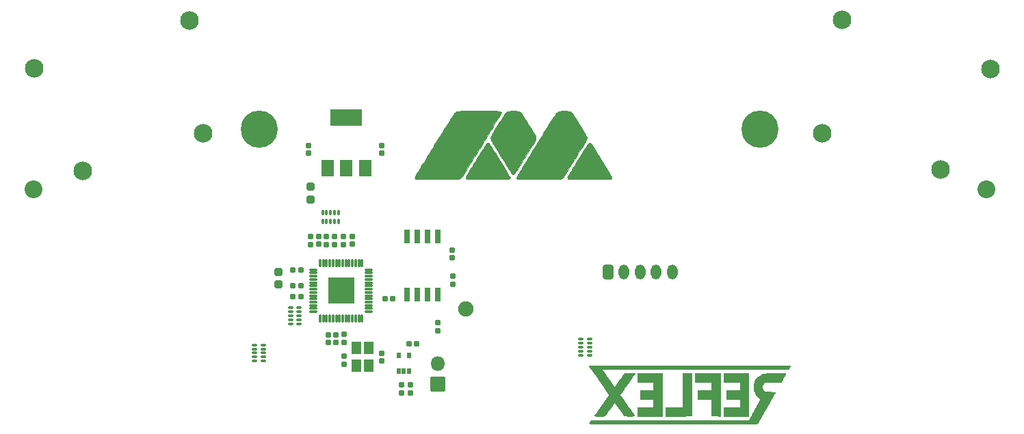
<source format=gbr>
%TF.GenerationSoftware,KiCad,Pcbnew,(7.0.0-0)*%
%TF.CreationDate,2023-06-11T14:42:47-06:00*%
%TF.ProjectId,snes_controller_pcb,736e6573-5f63-46f6-9e74-726f6c6c6572,4a*%
%TF.SameCoordinates,Original*%
%TF.FileFunction,Soldermask,Bot*%
%TF.FilePolarity,Negative*%
%FSLAX46Y46*%
G04 Gerber Fmt 4.6, Leading zero omitted, Abs format (unit mm)*
G04 Created by KiCad (PCBNEW (7.0.0-0)) date 2023-06-11 14:42:47*
%MOMM*%
%LPD*%
G01*
G04 APERTURE LIST*
G04 Aperture macros list*
%AMRoundRect*
0 Rectangle with rounded corners*
0 $1 Rounding radius*
0 $2 $3 $4 $5 $6 $7 $8 $9 X,Y pos of 4 corners*
0 Add a 4 corners polygon primitive as box body*
4,1,4,$2,$3,$4,$5,$6,$7,$8,$9,$2,$3,0*
0 Add four circle primitives for the rounded corners*
1,1,$1+$1,$2,$3*
1,1,$1+$1,$4,$5*
1,1,$1+$1,$6,$7*
1,1,$1+$1,$8,$9*
0 Add four rect primitives between the rounded corners*
20,1,$1+$1,$2,$3,$4,$5,0*
20,1,$1+$1,$4,$5,$6,$7,0*
20,1,$1+$1,$6,$7,$8,$9,0*
20,1,$1+$1,$8,$9,$2,$3,0*%
G04 Aperture macros list end*
%ADD10C,0.010000*%
%ADD11C,2.301600*%
%ADD12C,4.601600*%
%ADD13C,2.201600*%
%ADD14C,1.901600*%
%ADD15RoundRect,0.050800X0.750000X-1.000000X0.750000X1.000000X-0.750000X1.000000X-0.750000X-1.000000X0*%
%ADD16RoundRect,0.050800X1.900000X-1.000000X1.900000X1.000000X-1.900000X1.000000X-1.900000X-1.000000X0*%
%ADD17RoundRect,0.190800X0.140000X0.170000X-0.140000X0.170000X-0.140000X-0.170000X0.140000X-0.170000X0*%
%ADD18RoundRect,0.190800X-0.170000X0.140000X-0.170000X-0.140000X0.170000X-0.140000X0.170000X0.140000X0*%
%ADD19O,0.801600X0.301600*%
%ADD20RoundRect,0.185800X-0.185000X0.135000X-0.185000X-0.135000X0.185000X-0.135000X0.185000X0.135000X0*%
%ADD21RoundRect,0.185800X-0.135000X-0.185000X0.135000X-0.185000X0.135000X0.185000X-0.135000X0.185000X0*%
%ADD22RoundRect,0.300800X-0.350000X-0.625000X0.350000X-0.625000X0.350000X0.625000X-0.350000X0.625000X0*%
%ADD23O,1.301600X1.851600*%
%ADD24RoundRect,0.190800X-0.140000X-0.170000X0.140000X-0.170000X0.140000X0.170000X-0.140000X0.170000X0*%
%ADD25RoundRect,0.190800X0.170000X-0.140000X0.170000X0.140000X-0.170000X0.140000X-0.170000X-0.140000X0*%
%ADD26O,0.301600X0.801600*%
%ADD27RoundRect,0.050800X-0.850000X-0.850000X0.850000X-0.850000X0.850000X0.850000X-0.850000X0.850000X0*%
%ADD28O,1.801600X1.801600*%
%ADD29RoundRect,0.269550X-0.256250X0.218750X-0.256250X-0.218750X0.256250X-0.218750X0.256250X0.218750X0*%
%ADD30RoundRect,0.050800X0.200000X-0.325000X0.200000X0.325000X-0.200000X0.325000X-0.200000X-0.325000X0*%
%ADD31RoundRect,0.185800X0.185000X-0.135000X0.185000X0.135000X-0.185000X0.135000X-0.185000X-0.135000X0*%
%ADD32RoundRect,0.050800X0.290000X-0.805000X0.290000X0.805000X-0.290000X0.805000X-0.290000X-0.805000X0*%
%ADD33RoundRect,0.050800X0.575000X-0.700000X0.575000X0.700000X-0.575000X0.700000X-0.575000X-0.700000X0*%
%ADD34RoundRect,0.100800X0.387500X0.050000X-0.387500X0.050000X-0.387500X-0.050000X0.387500X-0.050000X0*%
%ADD35RoundRect,0.100800X0.050000X0.387500X-0.050000X0.387500X-0.050000X-0.387500X0.050000X-0.387500X0*%
%ADD36RoundRect,0.194800X1.456000X1.456000X-1.456000X1.456000X-1.456000X-1.456000X1.456000X-1.456000X0*%
G04 APERTURE END LIST*
%TO.C,Ref\u002A\u002A*%
G36*
X170326253Y-117746420D02*
G01*
X170445523Y-117748078D01*
X170538144Y-117751087D01*
X170606978Y-117755676D01*
X170654884Y-117762072D01*
X170684722Y-117770504D01*
X170699353Y-117781199D01*
X170701636Y-117794384D01*
X170694431Y-117810289D01*
X170680599Y-117829141D01*
X170662999Y-117851167D01*
X170661880Y-117852603D01*
X170633256Y-117893006D01*
X170621136Y-117917286D01*
X170621018Y-117917976D01*
X170609021Y-117943524D01*
X170580212Y-117997514D01*
X170538646Y-118072504D01*
X170488374Y-118161053D01*
X170434731Y-118255160D01*
X170385755Y-118342208D01*
X170347165Y-118411970D01*
X170324366Y-118454766D01*
X170322466Y-118458531D01*
X170298020Y-118503912D01*
X170282033Y-118528500D01*
X170262219Y-118556968D01*
X170224128Y-118622499D01*
X170169267Y-118722935D01*
X170127427Y-118800954D01*
X169183421Y-118807602D01*
X169083202Y-118808312D01*
X168875465Y-118809885D01*
X168704345Y-118811485D01*
X168565831Y-118813325D01*
X168455910Y-118815615D01*
X168370569Y-118818567D01*
X168305798Y-118822392D01*
X168257583Y-118827301D01*
X168221912Y-118833506D01*
X168194774Y-118841217D01*
X168172156Y-118850647D01*
X168150046Y-118862005D01*
X168071466Y-118909470D01*
X167944571Y-119019283D01*
X167853433Y-119151011D01*
X167832703Y-119194551D01*
X167811269Y-119258282D01*
X167800758Y-119330523D01*
X167797797Y-119428084D01*
X167798395Y-119473408D01*
X167808714Y-119590980D01*
X167831113Y-119674454D01*
X167855808Y-119721580D01*
X167928236Y-119819625D01*
X168020988Y-119911969D01*
X168121229Y-119984880D01*
X168218249Y-120041917D01*
X168805624Y-120048435D01*
X168824665Y-120048655D01*
X168975909Y-120051067D01*
X169111716Y-120054373D01*
X169226708Y-120058354D01*
X169315506Y-120062794D01*
X169372729Y-120067475D01*
X169392999Y-120072180D01*
X169385722Y-120091010D01*
X169361161Y-120140207D01*
X169323357Y-120210918D01*
X169276582Y-120294973D01*
X169235818Y-120367644D01*
X169196613Y-120439161D01*
X169169984Y-120489697D01*
X169160166Y-120511377D01*
X169160122Y-120511951D01*
X169148060Y-120536593D01*
X169121062Y-120578399D01*
X169098986Y-120612403D01*
X169059424Y-120678332D01*
X169018347Y-120751000D01*
X168989725Y-120803075D01*
X168945393Y-120882826D01*
X168909284Y-120946792D01*
X168890689Y-120979272D01*
X168833764Y-121078853D01*
X168790331Y-121155161D01*
X168754398Y-121218749D01*
X168719974Y-121280167D01*
X168693933Y-121326518D01*
X168649187Y-121405703D01*
X168595719Y-121500003D01*
X168540182Y-121597667D01*
X168494749Y-121677695D01*
X168437583Y-121779027D01*
X168386877Y-121869564D01*
X168349916Y-121936334D01*
X168319199Y-121991514D01*
X168288014Y-122045292D01*
X168269516Y-122074401D01*
X168255316Y-122096578D01*
X168226091Y-122147217D01*
X168190521Y-122211984D01*
X168162494Y-122263136D01*
X168116445Y-122345743D01*
X168058338Y-122449088D01*
X167992820Y-122564904D01*
X167924539Y-122684928D01*
X167917463Y-122697335D01*
X167855236Y-122806995D01*
X167801249Y-122903085D01*
X167758713Y-122979818D01*
X167730838Y-123031411D01*
X167720832Y-123052077D01*
X167720786Y-123052638D01*
X167708707Y-123076821D01*
X167681729Y-123118399D01*
X167659652Y-123152403D01*
X167620091Y-123218332D01*
X167579014Y-123291000D01*
X167550391Y-123343075D01*
X167506059Y-123422826D01*
X167469950Y-123486792D01*
X167465161Y-123495162D01*
X167421687Y-123571482D01*
X167379754Y-123645542D01*
X167325352Y-123741816D01*
X167277133Y-123826361D01*
X167243440Y-123884169D01*
X167221013Y-123920815D01*
X167206596Y-123941875D01*
X167204021Y-123942572D01*
X167168589Y-123944755D01*
X167092929Y-123946850D01*
X166978599Y-123948858D01*
X166827158Y-123950780D01*
X166640163Y-123952615D01*
X166419171Y-123954364D01*
X166165740Y-123956027D01*
X165881429Y-123957604D01*
X165567794Y-123959095D01*
X165226394Y-123960500D01*
X164858787Y-123961820D01*
X164466529Y-123963054D01*
X164051180Y-123964203D01*
X163614295Y-123965267D01*
X163157435Y-123966247D01*
X162682155Y-123967141D01*
X162190014Y-123967951D01*
X161682570Y-123968676D01*
X161161380Y-123969317D01*
X160628002Y-123969874D01*
X160083994Y-123970346D01*
X159530914Y-123970735D01*
X158970319Y-123971040D01*
X158403767Y-123971262D01*
X157832816Y-123971400D01*
X157259023Y-123971455D01*
X156683947Y-123971427D01*
X156109145Y-123971316D01*
X155536174Y-123971122D01*
X154966593Y-123970846D01*
X154401960Y-123970487D01*
X153843831Y-123970046D01*
X153293766Y-123969523D01*
X152753321Y-123968917D01*
X152224054Y-123968230D01*
X151707523Y-123967461D01*
X151205286Y-123966610D01*
X150718900Y-123965678D01*
X150249924Y-123964665D01*
X149799915Y-123963571D01*
X149370431Y-123962396D01*
X148963029Y-123961140D01*
X148579268Y-123959803D01*
X148220704Y-123958386D01*
X147888896Y-123956889D01*
X147585402Y-123955311D01*
X147311779Y-123953653D01*
X147069586Y-123951916D01*
X146860379Y-123950099D01*
X146685716Y-123948202D01*
X146547156Y-123946226D01*
X146446255Y-123944170D01*
X146384573Y-123942036D01*
X146363666Y-123939822D01*
X146372641Y-123910895D01*
X146400707Y-123868503D01*
X146404201Y-123864356D01*
X146436778Y-123821777D01*
X146482573Y-123758063D01*
X146532831Y-123685347D01*
X146627913Y-123545000D01*
X156375331Y-123544676D01*
X156969139Y-123544628D01*
X157599674Y-123544512D01*
X158218348Y-123544334D01*
X158823836Y-123544095D01*
X159414814Y-123543797D01*
X159989956Y-123543442D01*
X160547938Y-123543033D01*
X161087434Y-123542571D01*
X161607121Y-123542060D01*
X162105672Y-123541500D01*
X162581763Y-123540894D01*
X163034070Y-123540245D01*
X163461267Y-123539554D01*
X163862029Y-123538823D01*
X164235032Y-123538056D01*
X164578950Y-123537253D01*
X164892459Y-123536417D01*
X165174234Y-123535550D01*
X165422950Y-123534655D01*
X165637281Y-123533733D01*
X165815904Y-123532787D01*
X165957493Y-123531818D01*
X166060724Y-123530830D01*
X166124271Y-123529823D01*
X166146809Y-123528801D01*
X166158347Y-123517554D01*
X166188593Y-123475824D01*
X166223256Y-123418000D01*
X166482974Y-122941750D01*
X166547137Y-122823098D01*
X166623458Y-122682312D01*
X166687757Y-122564201D01*
X166744687Y-122460209D01*
X166780814Y-122393984D01*
X166831308Y-122300624D01*
X166879126Y-122211500D01*
X166920114Y-122135158D01*
X166967249Y-122048245D01*
X167005464Y-121978667D01*
X167033284Y-121927999D01*
X167077241Y-121847040D01*
X167129200Y-121750730D01*
X167182933Y-121650584D01*
X167233239Y-121556902D01*
X167281075Y-121468492D01*
X167319786Y-121397639D01*
X167343986Y-121354250D01*
X167363425Y-121319144D01*
X167400297Y-121249398D01*
X167438540Y-121174334D01*
X167466175Y-121120298D01*
X167493252Y-121070576D01*
X167508168Y-121047334D01*
X167514917Y-121039874D01*
X167539677Y-121001140D01*
X167562588Y-120954593D01*
X167572666Y-120921638D01*
X167563144Y-120906476D01*
X167526631Y-120873035D01*
X167472124Y-120832509D01*
X167398962Y-120779383D01*
X167208614Y-120607999D01*
X167044502Y-120409232D01*
X166911818Y-120190007D01*
X166815755Y-119957250D01*
X166813444Y-119950042D01*
X166791905Y-119883010D01*
X166768820Y-119811346D01*
X166762234Y-119785188D01*
X166751171Y-119702577D01*
X166744539Y-119593737D01*
X166742252Y-119469536D01*
X166744225Y-119340843D01*
X166750375Y-119218527D01*
X166760615Y-119113457D01*
X166774862Y-119036500D01*
X166788389Y-118987620D01*
X166811902Y-118907520D01*
X166833142Y-118844561D01*
X166857388Y-118782500D01*
X166857986Y-118781045D01*
X166973080Y-118555943D01*
X167128166Y-118341924D01*
X167153156Y-118313008D01*
X167311923Y-118157631D01*
X167493392Y-118020231D01*
X167686349Y-117908447D01*
X167879582Y-117829919D01*
X167892700Y-117825741D01*
X167961702Y-117801940D01*
X168017166Y-117780261D01*
X168048588Y-117774774D01*
X168119256Y-117769665D01*
X168229320Y-117765075D01*
X168379270Y-117760995D01*
X168569595Y-117757413D01*
X168800783Y-117754319D01*
X169073324Y-117751701D01*
X169387707Y-117749548D01*
X169525497Y-117748746D01*
X169779958Y-117747277D01*
X169996331Y-117746247D01*
X170177476Y-117745886D01*
X170326253Y-117746420D01*
G37*
D10*
X170326253Y-117746420D02*
X170445523Y-117748078D01*
X170538144Y-117751087D01*
X170606978Y-117755676D01*
X170654884Y-117762072D01*
X170684722Y-117770504D01*
X170699353Y-117781199D01*
X170701636Y-117794384D01*
X170694431Y-117810289D01*
X170680599Y-117829141D01*
X170662999Y-117851167D01*
X170661880Y-117852603D01*
X170633256Y-117893006D01*
X170621136Y-117917286D01*
X170621018Y-117917976D01*
X170609021Y-117943524D01*
X170580212Y-117997514D01*
X170538646Y-118072504D01*
X170488374Y-118161053D01*
X170434731Y-118255160D01*
X170385755Y-118342208D01*
X170347165Y-118411970D01*
X170324366Y-118454766D01*
X170322466Y-118458531D01*
X170298020Y-118503912D01*
X170282033Y-118528500D01*
X170262219Y-118556968D01*
X170224128Y-118622499D01*
X170169267Y-118722935D01*
X170127427Y-118800954D01*
X169183421Y-118807602D01*
X169083202Y-118808312D01*
X168875465Y-118809885D01*
X168704345Y-118811485D01*
X168565831Y-118813325D01*
X168455910Y-118815615D01*
X168370569Y-118818567D01*
X168305798Y-118822392D01*
X168257583Y-118827301D01*
X168221912Y-118833506D01*
X168194774Y-118841217D01*
X168172156Y-118850647D01*
X168150046Y-118862005D01*
X168071466Y-118909470D01*
X167944571Y-119019283D01*
X167853433Y-119151011D01*
X167832703Y-119194551D01*
X167811269Y-119258282D01*
X167800758Y-119330523D01*
X167797797Y-119428084D01*
X167798395Y-119473408D01*
X167808714Y-119590980D01*
X167831113Y-119674454D01*
X167855808Y-119721580D01*
X167928236Y-119819625D01*
X168020988Y-119911969D01*
X168121229Y-119984880D01*
X168218249Y-120041917D01*
X168805624Y-120048435D01*
X168824665Y-120048655D01*
X168975909Y-120051067D01*
X169111716Y-120054373D01*
X169226708Y-120058354D01*
X169315506Y-120062794D01*
X169372729Y-120067475D01*
X169392999Y-120072180D01*
X169385722Y-120091010D01*
X169361161Y-120140207D01*
X169323357Y-120210918D01*
X169276582Y-120294973D01*
X169235818Y-120367644D01*
X169196613Y-120439161D01*
X169169984Y-120489697D01*
X169160166Y-120511377D01*
X169160122Y-120511951D01*
X169148060Y-120536593D01*
X169121062Y-120578399D01*
X169098986Y-120612403D01*
X169059424Y-120678332D01*
X169018347Y-120751000D01*
X168989725Y-120803075D01*
X168945393Y-120882826D01*
X168909284Y-120946792D01*
X168890689Y-120979272D01*
X168833764Y-121078853D01*
X168790331Y-121155161D01*
X168754398Y-121218749D01*
X168719974Y-121280167D01*
X168693933Y-121326518D01*
X168649187Y-121405703D01*
X168595719Y-121500003D01*
X168540182Y-121597667D01*
X168494749Y-121677695D01*
X168437583Y-121779027D01*
X168386877Y-121869564D01*
X168349916Y-121936334D01*
X168319199Y-121991514D01*
X168288014Y-122045292D01*
X168269516Y-122074401D01*
X168255316Y-122096578D01*
X168226091Y-122147217D01*
X168190521Y-122211984D01*
X168162494Y-122263136D01*
X168116445Y-122345743D01*
X168058338Y-122449088D01*
X167992820Y-122564904D01*
X167924539Y-122684928D01*
X167917463Y-122697335D01*
X167855236Y-122806995D01*
X167801249Y-122903085D01*
X167758713Y-122979818D01*
X167730838Y-123031411D01*
X167720832Y-123052077D01*
X167720786Y-123052638D01*
X167708707Y-123076821D01*
X167681729Y-123118399D01*
X167659652Y-123152403D01*
X167620091Y-123218332D01*
X167579014Y-123291000D01*
X167550391Y-123343075D01*
X167506059Y-123422826D01*
X167469950Y-123486792D01*
X167465161Y-123495162D01*
X167421687Y-123571482D01*
X167379754Y-123645542D01*
X167325352Y-123741816D01*
X167277133Y-123826361D01*
X167243440Y-123884169D01*
X167221013Y-123920815D01*
X167206596Y-123941875D01*
X167204021Y-123942572D01*
X167168589Y-123944755D01*
X167092929Y-123946850D01*
X166978599Y-123948858D01*
X166827158Y-123950780D01*
X166640163Y-123952615D01*
X166419171Y-123954364D01*
X166165740Y-123956027D01*
X165881429Y-123957604D01*
X165567794Y-123959095D01*
X165226394Y-123960500D01*
X164858787Y-123961820D01*
X164466529Y-123963054D01*
X164051180Y-123964203D01*
X163614295Y-123965267D01*
X163157435Y-123966247D01*
X162682155Y-123967141D01*
X162190014Y-123967951D01*
X161682570Y-123968676D01*
X161161380Y-123969317D01*
X160628002Y-123969874D01*
X160083994Y-123970346D01*
X159530914Y-123970735D01*
X158970319Y-123971040D01*
X158403767Y-123971262D01*
X157832816Y-123971400D01*
X157259023Y-123971455D01*
X156683947Y-123971427D01*
X156109145Y-123971316D01*
X155536174Y-123971122D01*
X154966593Y-123970846D01*
X154401960Y-123970487D01*
X153843831Y-123970046D01*
X153293766Y-123969523D01*
X152753321Y-123968917D01*
X152224054Y-123968230D01*
X151707523Y-123967461D01*
X151205286Y-123966610D01*
X150718900Y-123965678D01*
X150249924Y-123964665D01*
X149799915Y-123963571D01*
X149370431Y-123962396D01*
X148963029Y-123961140D01*
X148579268Y-123959803D01*
X148220704Y-123958386D01*
X147888896Y-123956889D01*
X147585402Y-123955311D01*
X147311779Y-123953653D01*
X147069586Y-123951916D01*
X146860379Y-123950099D01*
X146685716Y-123948202D01*
X146547156Y-123946226D01*
X146446255Y-123944170D01*
X146384573Y-123942036D01*
X146363666Y-123939822D01*
X146372641Y-123910895D01*
X146400707Y-123868503D01*
X146404201Y-123864356D01*
X146436778Y-123821777D01*
X146482573Y-123758063D01*
X146532831Y-123685347D01*
X146627913Y-123545000D01*
X156375331Y-123544676D01*
X156969139Y-123544628D01*
X157599674Y-123544512D01*
X158218348Y-123544334D01*
X158823836Y-123544095D01*
X159414814Y-123543797D01*
X159989956Y-123543442D01*
X160547938Y-123543033D01*
X161087434Y-123542571D01*
X161607121Y-123542060D01*
X162105672Y-123541500D01*
X162581763Y-123540894D01*
X163034070Y-123540245D01*
X163461267Y-123539554D01*
X163862029Y-123538823D01*
X164235032Y-123538056D01*
X164578950Y-123537253D01*
X164892459Y-123536417D01*
X165174234Y-123535550D01*
X165422950Y-123534655D01*
X165637281Y-123533733D01*
X165815904Y-123532787D01*
X165957493Y-123531818D01*
X166060724Y-123530830D01*
X166124271Y-123529823D01*
X166146809Y-123528801D01*
X166158347Y-123517554D01*
X166188593Y-123475824D01*
X166223256Y-123418000D01*
X166482974Y-122941750D01*
X166547137Y-122823098D01*
X166623458Y-122682312D01*
X166687757Y-122564201D01*
X166744687Y-122460209D01*
X166780814Y-122393984D01*
X166831308Y-122300624D01*
X166879126Y-122211500D01*
X166920114Y-122135158D01*
X166967249Y-122048245D01*
X167005464Y-121978667D01*
X167033284Y-121927999D01*
X167077241Y-121847040D01*
X167129200Y-121750730D01*
X167182933Y-121650584D01*
X167233239Y-121556902D01*
X167281075Y-121468492D01*
X167319786Y-121397639D01*
X167343986Y-121354250D01*
X167363425Y-121319144D01*
X167400297Y-121249398D01*
X167438540Y-121174334D01*
X167466175Y-121120298D01*
X167493252Y-121070576D01*
X167508168Y-121047334D01*
X167514917Y-121039874D01*
X167539677Y-121001140D01*
X167562588Y-120954593D01*
X167572666Y-120921638D01*
X167563144Y-120906476D01*
X167526631Y-120873035D01*
X167472124Y-120832509D01*
X167398962Y-120779383D01*
X167208614Y-120607999D01*
X167044502Y-120409232D01*
X166911818Y-120190007D01*
X166815755Y-119957250D01*
X166813444Y-119950042D01*
X166791905Y-119883010D01*
X166768820Y-119811346D01*
X166762234Y-119785188D01*
X166751171Y-119702577D01*
X166744539Y-119593737D01*
X166742252Y-119469536D01*
X166744225Y-119340843D01*
X166750375Y-119218527D01*
X166760615Y-119113457D01*
X166774862Y-119036500D01*
X166788389Y-118987620D01*
X166811902Y-118907520D01*
X166833142Y-118844561D01*
X166857388Y-118782500D01*
X166857986Y-118781045D01*
X166973080Y-118555943D01*
X167128166Y-118341924D01*
X167153156Y-118313008D01*
X167311923Y-118157631D01*
X167493392Y-118020231D01*
X167686349Y-117908447D01*
X167879582Y-117829919D01*
X167892700Y-117825741D01*
X167961702Y-117801940D01*
X168017166Y-117780261D01*
X168048588Y-117774774D01*
X168119256Y-117769665D01*
X168229320Y-117765075D01*
X168379270Y-117760995D01*
X168569595Y-117757413D01*
X168800783Y-117754319D01*
X169073324Y-117751701D01*
X169387707Y-117749548D01*
X169525497Y-117748746D01*
X169779958Y-117747277D01*
X169996331Y-117746247D01*
X170177476Y-117745886D01*
X170326253Y-117746420D01*
G36*
X166112166Y-123015834D02*
G01*
X163042260Y-123015834D01*
X163053582Y-121968084D01*
X164048416Y-121957500D01*
X165043249Y-121946917D01*
X165048933Y-121440408D01*
X165049344Y-121401929D01*
X165050399Y-121241705D01*
X165049818Y-121118771D01*
X165047432Y-121028972D01*
X165043073Y-120968156D01*
X165036574Y-120932169D01*
X165027766Y-120916857D01*
X165026245Y-120916234D01*
X164993381Y-120912452D01*
X164923735Y-120908968D01*
X164822092Y-120905881D01*
X164693239Y-120903290D01*
X164541964Y-120901296D01*
X164373052Y-120899996D01*
X164191291Y-120899491D01*
X163381666Y-120899167D01*
X163381666Y-119862492D01*
X164212457Y-119856954D01*
X165043249Y-119851417D01*
X165043249Y-118814250D01*
X164048416Y-118803667D01*
X163053582Y-118793084D01*
X163053582Y-117755917D01*
X166112166Y-117745055D01*
X166112166Y-123015834D01*
G37*
X166112166Y-123015834D02*
X163042260Y-123015834D01*
X163053582Y-121968084D01*
X164048416Y-121957500D01*
X165043249Y-121946917D01*
X165048933Y-121440408D01*
X165049344Y-121401929D01*
X165050399Y-121241705D01*
X165049818Y-121118771D01*
X165047432Y-121028972D01*
X165043073Y-120968156D01*
X165036574Y-120932169D01*
X165027766Y-120916857D01*
X165026245Y-120916234D01*
X164993381Y-120912452D01*
X164923735Y-120908968D01*
X164822092Y-120905881D01*
X164693239Y-120903290D01*
X164541964Y-120901296D01*
X164373052Y-120899996D01*
X164191291Y-120899491D01*
X163381666Y-120899167D01*
X163381666Y-119862492D01*
X164212457Y-119856954D01*
X165043249Y-119851417D01*
X165043249Y-118814250D01*
X164048416Y-118803667D01*
X163053582Y-118793084D01*
X163053582Y-117755917D01*
X166112166Y-117745055D01*
X166112166Y-123015834D01*
G36*
X162598499Y-123016573D02*
G01*
X162074624Y-123010912D01*
X161550749Y-123005250D01*
X161540166Y-121957500D01*
X161529582Y-120909750D01*
X160677624Y-120904218D01*
X159825666Y-120898687D01*
X159825666Y-119862480D01*
X160677624Y-119856949D01*
X161529582Y-119851417D01*
X161535243Y-119327745D01*
X161540904Y-118804074D01*
X159497582Y-118793084D01*
X159497582Y-117755917D01*
X161048041Y-117750488D01*
X162598499Y-117745059D01*
X162598499Y-123016573D01*
G37*
X162598499Y-123016573D02*
X162074624Y-123010912D01*
X161550749Y-123005250D01*
X161540166Y-121957500D01*
X161529582Y-120909750D01*
X160677624Y-120904218D01*
X159825666Y-120898687D01*
X159825666Y-119862480D01*
X160677624Y-119856949D01*
X161529582Y-119851417D01*
X161535243Y-119327745D01*
X161540904Y-118804074D01*
X159497582Y-118793084D01*
X159497582Y-117755917D01*
X161048041Y-117750488D01*
X162598499Y-117745059D01*
X162598499Y-123016573D01*
G36*
X158508144Y-117750256D02*
G01*
X159031916Y-117755917D01*
X159037361Y-120359417D01*
X159037900Y-120646574D01*
X159038351Y-120965433D01*
X159038626Y-121270448D01*
X159038730Y-121559028D01*
X159038668Y-121828584D01*
X159038444Y-122076526D01*
X159038063Y-122300264D01*
X159037530Y-122497208D01*
X159036849Y-122664769D01*
X159036024Y-122800355D01*
X159035060Y-122901379D01*
X159033962Y-122965249D01*
X159032734Y-122989375D01*
X159030891Y-122991359D01*
X159014428Y-122996261D01*
X158979338Y-123000509D01*
X158923248Y-123004144D01*
X158843789Y-123007204D01*
X158738591Y-123009729D01*
X158605283Y-123011758D01*
X158441494Y-123013330D01*
X158244855Y-123014484D01*
X158012994Y-123015260D01*
X157743542Y-123015697D01*
X157434127Y-123015834D01*
X155845593Y-123015834D01*
X155851254Y-122491959D01*
X155856916Y-121968084D01*
X156915249Y-121957500D01*
X157973582Y-121946917D01*
X157978977Y-119845756D01*
X157984371Y-117744594D01*
X158508144Y-117750256D01*
G37*
X158508144Y-117750256D02*
X159031916Y-117755917D01*
X159037361Y-120359417D01*
X159037900Y-120646574D01*
X159038351Y-120965433D01*
X159038626Y-121270448D01*
X159038730Y-121559028D01*
X159038668Y-121828584D01*
X159038444Y-122076526D01*
X159038063Y-122300264D01*
X159037530Y-122497208D01*
X159036849Y-122664769D01*
X159036024Y-122800355D01*
X159035060Y-122901379D01*
X159033962Y-122965249D01*
X159032734Y-122989375D01*
X159030891Y-122991359D01*
X159014428Y-122996261D01*
X158979338Y-123000509D01*
X158923248Y-123004144D01*
X158843789Y-123007204D01*
X158738591Y-123009729D01*
X158605283Y-123011758D01*
X158441494Y-123013330D01*
X158244855Y-123014484D01*
X158012994Y-123015260D01*
X157743542Y-123015697D01*
X157434127Y-123015834D01*
X155845593Y-123015834D01*
X155851254Y-122491959D01*
X155856916Y-121968084D01*
X156915249Y-121957500D01*
X157973582Y-121946917D01*
X157978977Y-119845756D01*
X157984371Y-117744594D01*
X158508144Y-117750256D01*
G36*
X153861957Y-117750486D02*
G01*
X155391249Y-117755917D01*
X155396624Y-120385875D01*
X155401998Y-123015834D01*
X152332666Y-123015834D01*
X152332666Y-121957915D01*
X154332916Y-121946917D01*
X154338600Y-121440408D01*
X154339010Y-121401929D01*
X154340066Y-121241705D01*
X154339485Y-121118771D01*
X154337099Y-121028972D01*
X154332740Y-120968156D01*
X154326241Y-120932169D01*
X154317433Y-120916857D01*
X154316469Y-120916415D01*
X154285431Y-120912598D01*
X154217421Y-120909078D01*
X154117261Y-120905957D01*
X153989772Y-120903337D01*
X153839775Y-120901318D01*
X153672091Y-120900002D01*
X153491541Y-120899491D01*
X152692499Y-120899167D01*
X152692499Y-119862497D01*
X153512707Y-119856957D01*
X154332916Y-119851417D01*
X154332916Y-118814250D01*
X152332666Y-118803252D01*
X152332666Y-117745055D01*
X153861957Y-117750486D01*
G37*
X153861957Y-117750486D02*
X155391249Y-117755917D01*
X155396624Y-120385875D01*
X155401998Y-123015834D01*
X152332666Y-123015834D01*
X152332666Y-121957915D01*
X154332916Y-121946917D01*
X154338600Y-121440408D01*
X154339010Y-121401929D01*
X154340066Y-121241705D01*
X154339485Y-121118771D01*
X154337099Y-121028972D01*
X154332740Y-120968156D01*
X154326241Y-120932169D01*
X154317433Y-120916857D01*
X154316469Y-120916415D01*
X154285431Y-120912598D01*
X154217421Y-120909078D01*
X154117261Y-120905957D01*
X153989772Y-120903337D01*
X153839775Y-120901318D01*
X153672091Y-120900002D01*
X153491541Y-120899491D01*
X152692499Y-120899167D01*
X152692499Y-119862497D01*
X153512707Y-119856957D01*
X154332916Y-119851417D01*
X154332916Y-118814250D01*
X152332666Y-118803252D01*
X152332666Y-117745055D01*
X153861957Y-117750486D01*
G36*
X159231816Y-116814257D02*
G01*
X159858919Y-116814301D01*
X160483632Y-116814374D01*
X161104526Y-116814475D01*
X161720176Y-116814604D01*
X162329155Y-116814761D01*
X162930037Y-116814945D01*
X163521394Y-116815158D01*
X164101802Y-116815398D01*
X164669833Y-116815666D01*
X165224060Y-116815962D01*
X165763057Y-116816286D01*
X166285398Y-116816637D01*
X166789657Y-116817016D01*
X167274406Y-116817423D01*
X167738219Y-116817857D01*
X168179670Y-116818319D01*
X168597331Y-116818809D01*
X168989778Y-116819326D01*
X169355583Y-116819870D01*
X169693319Y-116820442D01*
X170001561Y-116821042D01*
X170278881Y-116821669D01*
X170523853Y-116822323D01*
X170735051Y-116823005D01*
X170911049Y-116823714D01*
X171050418Y-116824451D01*
X171151735Y-116825215D01*
X171213570Y-116826006D01*
X171234499Y-116826824D01*
X171231990Y-116834208D01*
X171213536Y-116872104D01*
X171181065Y-116933356D01*
X171139249Y-117009024D01*
X171117793Y-117047605D01*
X171079930Y-117118146D01*
X171053765Y-117170343D01*
X171043999Y-117195018D01*
X171039552Y-117204975D01*
X171010518Y-117224486D01*
X171010455Y-117224505D01*
X170986421Y-117225284D01*
X170921307Y-117226050D01*
X170816335Y-117226804D01*
X170672728Y-117227542D01*
X170491709Y-117228265D01*
X170274500Y-117228970D01*
X170022324Y-117229657D01*
X169736404Y-117230323D01*
X169417963Y-117230968D01*
X169068222Y-117231589D01*
X168688406Y-117232187D01*
X168279737Y-117232759D01*
X167843437Y-117233304D01*
X167380729Y-117233820D01*
X166892835Y-117234307D01*
X166380980Y-117234763D01*
X165846385Y-117235186D01*
X165290273Y-117235576D01*
X164713866Y-117235930D01*
X164118388Y-117236248D01*
X163505062Y-117236528D01*
X162875109Y-117236768D01*
X162229753Y-117236968D01*
X161570216Y-117237126D01*
X160897721Y-117237240D01*
X160213491Y-117237310D01*
X159518749Y-117237334D01*
X159501534Y-117237334D01*
X158807035Y-117237358D01*
X158123080Y-117237429D01*
X157450889Y-117237544D01*
X156791687Y-117237703D01*
X156146695Y-117237904D01*
X155517137Y-117238146D01*
X154904235Y-117238426D01*
X154309212Y-117238745D01*
X153733290Y-117239100D01*
X153177693Y-117239491D01*
X152643643Y-117239915D01*
X152132362Y-117240371D01*
X151645074Y-117240859D01*
X151183002Y-117241376D01*
X150747367Y-117241922D01*
X150339393Y-117242494D01*
X149960302Y-117243093D01*
X149611317Y-117243715D01*
X149293662Y-117244360D01*
X149008557Y-117245027D01*
X148757228Y-117245714D01*
X148540895Y-117246420D01*
X148360781Y-117247143D01*
X148218111Y-117247882D01*
X148114105Y-117248635D01*
X148049987Y-117249402D01*
X148026980Y-117250181D01*
X148010471Y-117259299D01*
X147993499Y-117284291D01*
X148003207Y-117303477D01*
X148032573Y-117350519D01*
X148076458Y-117417417D01*
X148129645Y-117496549D01*
X148186914Y-117580288D01*
X148243049Y-117661011D01*
X148292832Y-117731092D01*
X148331044Y-117782908D01*
X148352469Y-117808834D01*
X148361724Y-117819683D01*
X148385082Y-117854091D01*
X148389477Y-117860954D01*
X148416371Y-117900798D01*
X148460855Y-117965394D01*
X148517920Y-118047492D01*
X148582556Y-118139841D01*
X148661932Y-118252999D01*
X148749920Y-118378632D01*
X148834986Y-118500264D01*
X148906414Y-118602584D01*
X148964124Y-118685044D01*
X149020803Y-118765386D01*
X149066246Y-118829124D01*
X149094008Y-118867167D01*
X149100177Y-118875468D01*
X149133179Y-118921285D01*
X149182874Y-118991387D01*
X149243651Y-119077834D01*
X149309900Y-119172686D01*
X149335921Y-119209766D01*
X149397914Y-119295642D01*
X149450994Y-119365796D01*
X149490203Y-119413793D01*
X149510588Y-119433201D01*
X149513082Y-119433393D01*
X149539083Y-119415717D01*
X149578811Y-119371735D01*
X149624731Y-119309608D01*
X149628784Y-119303647D01*
X149676212Y-119235065D01*
X149716972Y-119178023D01*
X149742630Y-119144342D01*
X149746480Y-119139556D01*
X149774173Y-119102128D01*
X149819059Y-119039272D01*
X149875836Y-118958461D01*
X149939207Y-118867167D01*
X149958270Y-118839575D01*
X150018728Y-118752484D01*
X150069969Y-118679289D01*
X150107074Y-118626989D01*
X150125126Y-118602584D01*
X150127029Y-118600281D01*
X150152473Y-118566266D01*
X150186362Y-118517917D01*
X150188782Y-118514382D01*
X150217444Y-118473063D01*
X150265310Y-118404540D01*
X150327887Y-118315227D01*
X150400683Y-118211534D01*
X150479208Y-118099875D01*
X150728753Y-117745334D01*
X151371960Y-117745334D01*
X151438236Y-117745401D01*
X151593101Y-117746117D01*
X151731336Y-117747530D01*
X151847801Y-117749539D01*
X151937354Y-117752041D01*
X151994856Y-117754935D01*
X152015166Y-117758117D01*
X152015087Y-117758640D01*
X152001746Y-117782268D01*
X151968782Y-117832671D01*
X151920906Y-117902813D01*
X151862828Y-117985659D01*
X151812823Y-118056258D01*
X151729862Y-118173699D01*
X151647239Y-118290972D01*
X151577055Y-118390917D01*
X151573159Y-118396478D01*
X151507057Y-118490547D01*
X151426861Y-118604284D01*
X151342340Y-118723852D01*
X151263261Y-118835417D01*
X151251716Y-118851678D01*
X151175743Y-118958831D01*
X151099413Y-119066689D01*
X151031025Y-119163518D01*
X150978876Y-119237584D01*
X150932815Y-119302938D01*
X150864116Y-119399939D01*
X150788627Y-119506153D01*
X150715987Y-119608000D01*
X150662297Y-119683434D01*
X150573062Y-119809750D01*
X150482405Y-119938980D01*
X150403420Y-120052500D01*
X150399926Y-120057549D01*
X150338228Y-120145577D01*
X150282266Y-120223483D01*
X150238076Y-120282980D01*
X150211692Y-120315783D01*
X150186716Y-120347351D01*
X150173666Y-120375469D01*
X150176389Y-120385113D01*
X150197161Y-120424123D01*
X150231170Y-120477800D01*
X150269744Y-120533391D01*
X150304209Y-120578144D01*
X150325892Y-120599306D01*
X150332211Y-120603919D01*
X150342999Y-120634584D01*
X150344233Y-120645515D01*
X150360342Y-120669861D01*
X150362830Y-120671486D01*
X150386282Y-120697850D01*
X150424438Y-120748557D01*
X150470369Y-120814500D01*
X150513802Y-120878018D01*
X150575215Y-120966511D01*
X150648160Y-121070801D01*
X150726692Y-121182459D01*
X150804867Y-121293054D01*
X150876742Y-121394157D01*
X150936372Y-121477338D01*
X150977815Y-121534167D01*
X150986838Y-121546582D01*
X151020797Y-121594315D01*
X151072880Y-121668167D01*
X151139069Y-121762419D01*
X151215343Y-121871353D01*
X151297683Y-121989250D01*
X151344408Y-122056142D01*
X151420596Y-122164786D01*
X151486832Y-122258703D01*
X151539565Y-122332884D01*
X151575242Y-122382319D01*
X151590312Y-122402000D01*
X151599965Y-122412957D01*
X151623582Y-122447542D01*
X151625854Y-122451172D01*
X151649922Y-122487216D01*
X151692035Y-122548678D01*
X151746964Y-122627963D01*
X151809476Y-122717472D01*
X151823743Y-122737876D01*
X151883929Y-122825177D01*
X151934383Y-122900277D01*
X151970172Y-122955743D01*
X151986366Y-122984139D01*
X151986989Y-122986163D01*
X151984113Y-122994867D01*
X151968298Y-123001708D01*
X151935346Y-123006897D01*
X151881057Y-123010647D01*
X151801233Y-123013171D01*
X151691673Y-123014681D01*
X151548181Y-123015389D01*
X151366555Y-123015509D01*
X151313409Y-123015427D01*
X151157263Y-123014531D01*
X151016349Y-123012765D01*
X150896087Y-123010260D01*
X150801898Y-123007149D01*
X150739200Y-123003563D01*
X150713416Y-122999634D01*
X150695361Y-122981819D01*
X150665486Y-122941750D01*
X150658600Y-122930924D01*
X150640599Y-122903327D01*
X150617437Y-122869020D01*
X150585251Y-122822436D01*
X150540178Y-122758010D01*
X150478354Y-122670176D01*
X150395916Y-122553367D01*
X150339297Y-122473183D01*
X150234081Y-122324074D01*
X150145892Y-122198900D01*
X150069665Y-122090437D01*
X150000337Y-121991460D01*
X149932841Y-121894743D01*
X149862113Y-121793063D01*
X149783089Y-121679194D01*
X149726207Y-121597952D01*
X149659989Y-121505433D01*
X149603742Y-121429112D01*
X149562094Y-121375248D01*
X149539672Y-121350098D01*
X149533983Y-121345750D01*
X149522304Y-121339187D01*
X149509434Y-121339599D01*
X149492517Y-121350470D01*
X149468700Y-121375285D01*
X149435128Y-121417529D01*
X149388947Y-121480688D01*
X149327303Y-121568246D01*
X149247340Y-121683688D01*
X149146205Y-121830500D01*
X149108489Y-121884955D01*
X149061231Y-121952138D01*
X149026578Y-122000113D01*
X149010157Y-122021000D01*
X149008404Y-122022889D01*
X148987175Y-122050775D01*
X148946739Y-122106494D01*
X148891087Y-122184396D01*
X148824209Y-122278832D01*
X148750096Y-122384151D01*
X148672738Y-122494705D01*
X148596127Y-122604843D01*
X148524252Y-122708917D01*
X148494907Y-122751240D01*
X148444339Y-122822481D01*
X148403922Y-122877293D01*
X148380441Y-122906359D01*
X148362430Y-122927697D01*
X148331283Y-122975151D01*
X148331215Y-122975276D01*
X148323122Y-122986839D01*
X148309593Y-122995971D01*
X148286016Y-123002956D01*
X148247777Y-123008083D01*
X148190266Y-123011636D01*
X148108871Y-123013901D01*
X147998978Y-123015165D01*
X147855977Y-123015714D01*
X147675254Y-123015834D01*
X147650228Y-123015833D01*
X147474849Y-123015698D01*
X147336786Y-123015134D01*
X147231584Y-123013858D01*
X147154789Y-123011583D01*
X147101945Y-123008025D01*
X147068599Y-123002899D01*
X147050296Y-122995920D01*
X147042581Y-122986804D01*
X147040999Y-122975264D01*
X147043745Y-122951856D01*
X147057654Y-122927639D01*
X147062258Y-122923905D01*
X147089418Y-122891664D01*
X147135841Y-122830421D01*
X147198308Y-122744573D01*
X147273600Y-122638517D01*
X147358499Y-122516651D01*
X147412033Y-122439539D01*
X147481020Y-122340847D01*
X147558200Y-122230943D01*
X147639513Y-122115562D01*
X147720897Y-122000439D01*
X147798292Y-121891309D01*
X147867637Y-121793906D01*
X147924870Y-121713967D01*
X147965930Y-121657225D01*
X147986756Y-121629417D01*
X147994889Y-121618584D01*
X148024511Y-121576919D01*
X148068290Y-121514085D01*
X148120046Y-121438917D01*
X148148924Y-121396946D01*
X148199228Y-121324789D01*
X148239264Y-121268570D01*
X148262280Y-121237834D01*
X148263975Y-121235751D01*
X148292502Y-121197792D01*
X148341853Y-121129355D01*
X148409203Y-121034442D01*
X148491726Y-120917053D01*
X148586596Y-120781191D01*
X148690986Y-120630855D01*
X148693227Y-120627616D01*
X148750369Y-120542135D01*
X148797081Y-120466961D01*
X148828601Y-120410115D01*
X148840166Y-120379617D01*
X148830557Y-120356214D01*
X148798760Y-120301692D01*
X148747698Y-120221647D01*
X148680442Y-120120617D01*
X148600063Y-120003141D01*
X148509631Y-119873757D01*
X148412218Y-119737003D01*
X148310893Y-119597417D01*
X148260049Y-119527034D01*
X148197397Y-119438759D01*
X148138172Y-119354000D01*
X148043585Y-119217505D01*
X147946189Y-119077624D01*
X147859695Y-118954111D01*
X147786717Y-118850672D01*
X147729870Y-118771009D01*
X147691768Y-118718829D01*
X147675027Y-118697834D01*
X147661355Y-118680951D01*
X147628174Y-118635371D01*
X147581295Y-118568850D01*
X147526048Y-118488865D01*
X147434228Y-118355111D01*
X147339077Y-118217362D01*
X147253441Y-118094282D01*
X147180177Y-117989938D01*
X147122144Y-117908397D01*
X147082198Y-117853729D01*
X147063197Y-117830000D01*
X147053826Y-117819097D01*
X147030416Y-117784613D01*
X147021986Y-117771546D01*
X146990644Y-117725410D01*
X146944871Y-117659524D01*
X146891335Y-117583530D01*
X146764608Y-117404437D01*
X146650318Y-117241927D01*
X146558172Y-117109584D01*
X146486739Y-117005292D01*
X146434589Y-116926937D01*
X146400294Y-116872404D01*
X146382423Y-116839577D01*
X146379547Y-116826341D01*
X146382162Y-116826066D01*
X146417685Y-116825258D01*
X146493611Y-116824479D01*
X146608514Y-116823728D01*
X146760968Y-116823007D01*
X146949545Y-116822314D01*
X147172821Y-116821650D01*
X147429367Y-116821015D01*
X147717758Y-116820408D01*
X148036568Y-116819830D01*
X148384368Y-116819281D01*
X148759734Y-116818760D01*
X149161239Y-116818267D01*
X149587456Y-116817804D01*
X150036958Y-116817368D01*
X150508319Y-116816962D01*
X151000113Y-116816583D01*
X151510914Y-116816233D01*
X152039293Y-116815912D01*
X152583826Y-116815618D01*
X153143086Y-116815354D01*
X153715645Y-116815117D01*
X154300079Y-116814909D01*
X154894959Y-116814729D01*
X155498860Y-116814577D01*
X156110355Y-116814453D01*
X156728018Y-116814357D01*
X157350422Y-116814290D01*
X157976141Y-116814251D01*
X158603748Y-116814240D01*
X159231816Y-116814257D01*
G37*
X159231816Y-116814257D02*
X159858919Y-116814301D01*
X160483632Y-116814374D01*
X161104526Y-116814475D01*
X161720176Y-116814604D01*
X162329155Y-116814761D01*
X162930037Y-116814945D01*
X163521394Y-116815158D01*
X164101802Y-116815398D01*
X164669833Y-116815666D01*
X165224060Y-116815962D01*
X165763057Y-116816286D01*
X166285398Y-116816637D01*
X166789657Y-116817016D01*
X167274406Y-116817423D01*
X167738219Y-116817857D01*
X168179670Y-116818319D01*
X168597331Y-116818809D01*
X168989778Y-116819326D01*
X169355583Y-116819870D01*
X169693319Y-116820442D01*
X170001561Y-116821042D01*
X170278881Y-116821669D01*
X170523853Y-116822323D01*
X170735051Y-116823005D01*
X170911049Y-116823714D01*
X171050418Y-116824451D01*
X171151735Y-116825215D01*
X171213570Y-116826006D01*
X171234499Y-116826824D01*
X171231990Y-116834208D01*
X171213536Y-116872104D01*
X171181065Y-116933356D01*
X171139249Y-117009024D01*
X171117793Y-117047605D01*
X171079930Y-117118146D01*
X171053765Y-117170343D01*
X171043999Y-117195018D01*
X171039552Y-117204975D01*
X171010518Y-117224486D01*
X171010455Y-117224505D01*
X170986421Y-117225284D01*
X170921307Y-117226050D01*
X170816335Y-117226804D01*
X170672728Y-117227542D01*
X170491709Y-117228265D01*
X170274500Y-117228970D01*
X170022324Y-117229657D01*
X169736404Y-117230323D01*
X169417963Y-117230968D01*
X169068222Y-117231589D01*
X168688406Y-117232187D01*
X168279737Y-117232759D01*
X167843437Y-117233304D01*
X167380729Y-117233820D01*
X166892835Y-117234307D01*
X166380980Y-117234763D01*
X165846385Y-117235186D01*
X165290273Y-117235576D01*
X164713866Y-117235930D01*
X164118388Y-117236248D01*
X163505062Y-117236528D01*
X162875109Y-117236768D01*
X162229753Y-117236968D01*
X161570216Y-117237126D01*
X160897721Y-117237240D01*
X160213491Y-117237310D01*
X159518749Y-117237334D01*
X159501534Y-117237334D01*
X158807035Y-117237358D01*
X158123080Y-117237429D01*
X157450889Y-117237544D01*
X156791687Y-117237703D01*
X156146695Y-117237904D01*
X155517137Y-117238146D01*
X154904235Y-117238426D01*
X154309212Y-117238745D01*
X153733290Y-117239100D01*
X153177693Y-117239491D01*
X152643643Y-117239915D01*
X152132362Y-117240371D01*
X151645074Y-117240859D01*
X151183002Y-117241376D01*
X150747367Y-117241922D01*
X150339393Y-117242494D01*
X149960302Y-117243093D01*
X149611317Y-117243715D01*
X149293662Y-117244360D01*
X149008557Y-117245027D01*
X148757228Y-117245714D01*
X148540895Y-117246420D01*
X148360781Y-117247143D01*
X148218111Y-117247882D01*
X148114105Y-117248635D01*
X148049987Y-117249402D01*
X148026980Y-117250181D01*
X148010471Y-117259299D01*
X147993499Y-117284291D01*
X148003207Y-117303477D01*
X148032573Y-117350519D01*
X148076458Y-117417417D01*
X148129645Y-117496549D01*
X148186914Y-117580288D01*
X148243049Y-117661011D01*
X148292832Y-117731092D01*
X148331044Y-117782908D01*
X148352469Y-117808834D01*
X148361724Y-117819683D01*
X148385082Y-117854091D01*
X148389477Y-117860954D01*
X148416371Y-117900798D01*
X148460855Y-117965394D01*
X148517920Y-118047492D01*
X148582556Y-118139841D01*
X148661932Y-118252999D01*
X148749920Y-118378632D01*
X148834986Y-118500264D01*
X148906414Y-118602584D01*
X148964124Y-118685044D01*
X149020803Y-118765386D01*
X149066246Y-118829124D01*
X149094008Y-118867167D01*
X149100177Y-118875468D01*
X149133179Y-118921285D01*
X149182874Y-118991387D01*
X149243651Y-119077834D01*
X149309900Y-119172686D01*
X149335921Y-119209766D01*
X149397914Y-119295642D01*
X149450994Y-119365796D01*
X149490203Y-119413793D01*
X149510588Y-119433201D01*
X149513082Y-119433393D01*
X149539083Y-119415717D01*
X149578811Y-119371735D01*
X149624731Y-119309608D01*
X149628784Y-119303647D01*
X149676212Y-119235065D01*
X149716972Y-119178023D01*
X149742630Y-119144342D01*
X149746480Y-119139556D01*
X149774173Y-119102128D01*
X149819059Y-119039272D01*
X149875836Y-118958461D01*
X149939207Y-118867167D01*
X149958270Y-118839575D01*
X150018728Y-118752484D01*
X150069969Y-118679289D01*
X150107074Y-118626989D01*
X150125126Y-118602584D01*
X150127029Y-118600281D01*
X150152473Y-118566266D01*
X150186362Y-118517917D01*
X150188782Y-118514382D01*
X150217444Y-118473063D01*
X150265310Y-118404540D01*
X150327887Y-118315227D01*
X150400683Y-118211534D01*
X150479208Y-118099875D01*
X150728753Y-117745334D01*
X151371960Y-117745334D01*
X151438236Y-117745401D01*
X151593101Y-117746117D01*
X151731336Y-117747530D01*
X151847801Y-117749539D01*
X151937354Y-117752041D01*
X151994856Y-117754935D01*
X152015166Y-117758117D01*
X152015087Y-117758640D01*
X152001746Y-117782268D01*
X151968782Y-117832671D01*
X151920906Y-117902813D01*
X151862828Y-117985659D01*
X151812823Y-118056258D01*
X151729862Y-118173699D01*
X151647239Y-118290972D01*
X151577055Y-118390917D01*
X151573159Y-118396478D01*
X151507057Y-118490547D01*
X151426861Y-118604284D01*
X151342340Y-118723852D01*
X151263261Y-118835417D01*
X151251716Y-118851678D01*
X151175743Y-118958831D01*
X151099413Y-119066689D01*
X151031025Y-119163518D01*
X150978876Y-119237584D01*
X150932815Y-119302938D01*
X150864116Y-119399939D01*
X150788627Y-119506153D01*
X150715987Y-119608000D01*
X150662297Y-119683434D01*
X150573062Y-119809750D01*
X150482405Y-119938980D01*
X150403420Y-120052500D01*
X150399926Y-120057549D01*
X150338228Y-120145577D01*
X150282266Y-120223483D01*
X150238076Y-120282980D01*
X150211692Y-120315783D01*
X150186716Y-120347351D01*
X150173666Y-120375469D01*
X150176389Y-120385113D01*
X150197161Y-120424123D01*
X150231170Y-120477800D01*
X150269744Y-120533391D01*
X150304209Y-120578144D01*
X150325892Y-120599306D01*
X150332211Y-120603919D01*
X150342999Y-120634584D01*
X150344233Y-120645515D01*
X150360342Y-120669861D01*
X150362830Y-120671486D01*
X150386282Y-120697850D01*
X150424438Y-120748557D01*
X150470369Y-120814500D01*
X150513802Y-120878018D01*
X150575215Y-120966511D01*
X150648160Y-121070801D01*
X150726692Y-121182459D01*
X150804867Y-121293054D01*
X150876742Y-121394157D01*
X150936372Y-121477338D01*
X150977815Y-121534167D01*
X150986838Y-121546582D01*
X151020797Y-121594315D01*
X151072880Y-121668167D01*
X151139069Y-121762419D01*
X151215343Y-121871353D01*
X151297683Y-121989250D01*
X151344408Y-122056142D01*
X151420596Y-122164786D01*
X151486832Y-122258703D01*
X151539565Y-122332884D01*
X151575242Y-122382319D01*
X151590312Y-122402000D01*
X151599965Y-122412957D01*
X151623582Y-122447542D01*
X151625854Y-122451172D01*
X151649922Y-122487216D01*
X151692035Y-122548678D01*
X151746964Y-122627963D01*
X151809476Y-122717472D01*
X151823743Y-122737876D01*
X151883929Y-122825177D01*
X151934383Y-122900277D01*
X151970172Y-122955743D01*
X151986366Y-122984139D01*
X151986989Y-122986163D01*
X151984113Y-122994867D01*
X151968298Y-123001708D01*
X151935346Y-123006897D01*
X151881057Y-123010647D01*
X151801233Y-123013171D01*
X151691673Y-123014681D01*
X151548181Y-123015389D01*
X151366555Y-123015509D01*
X151313409Y-123015427D01*
X151157263Y-123014531D01*
X151016349Y-123012765D01*
X150896087Y-123010260D01*
X150801898Y-123007149D01*
X150739200Y-123003563D01*
X150713416Y-122999634D01*
X150695361Y-122981819D01*
X150665486Y-122941750D01*
X150658600Y-122930924D01*
X150640599Y-122903327D01*
X150617437Y-122869020D01*
X150585251Y-122822436D01*
X150540178Y-122758010D01*
X150478354Y-122670176D01*
X150395916Y-122553367D01*
X150339297Y-122473183D01*
X150234081Y-122324074D01*
X150145892Y-122198900D01*
X150069665Y-122090437D01*
X150000337Y-121991460D01*
X149932841Y-121894743D01*
X149862113Y-121793063D01*
X149783089Y-121679194D01*
X149726207Y-121597952D01*
X149659989Y-121505433D01*
X149603742Y-121429112D01*
X149562094Y-121375248D01*
X149539672Y-121350098D01*
X149533983Y-121345750D01*
X149522304Y-121339187D01*
X149509434Y-121339599D01*
X149492517Y-121350470D01*
X149468700Y-121375285D01*
X149435128Y-121417529D01*
X149388947Y-121480688D01*
X149327303Y-121568246D01*
X149247340Y-121683688D01*
X149146205Y-121830500D01*
X149108489Y-121884955D01*
X149061231Y-121952138D01*
X149026578Y-122000113D01*
X149010157Y-122021000D01*
X149008404Y-122022889D01*
X148987175Y-122050775D01*
X148946739Y-122106494D01*
X148891087Y-122184396D01*
X148824209Y-122278832D01*
X148750096Y-122384151D01*
X148672738Y-122494705D01*
X148596127Y-122604843D01*
X148524252Y-122708917D01*
X148494907Y-122751240D01*
X148444339Y-122822481D01*
X148403922Y-122877293D01*
X148380441Y-122906359D01*
X148362430Y-122927697D01*
X148331283Y-122975151D01*
X148331215Y-122975276D01*
X148323122Y-122986839D01*
X148309593Y-122995971D01*
X148286016Y-123002956D01*
X148247777Y-123008083D01*
X148190266Y-123011636D01*
X148108871Y-123013901D01*
X147998978Y-123015165D01*
X147855977Y-123015714D01*
X147675254Y-123015834D01*
X147650228Y-123015833D01*
X147474849Y-123015698D01*
X147336786Y-123015134D01*
X147231584Y-123013858D01*
X147154789Y-123011583D01*
X147101945Y-123008025D01*
X147068599Y-123002899D01*
X147050296Y-122995920D01*
X147042581Y-122986804D01*
X147040999Y-122975264D01*
X147043745Y-122951856D01*
X147057654Y-122927639D01*
X147062258Y-122923905D01*
X147089418Y-122891664D01*
X147135841Y-122830421D01*
X147198308Y-122744573D01*
X147273600Y-122638517D01*
X147358499Y-122516651D01*
X147412033Y-122439539D01*
X147481020Y-122340847D01*
X147558200Y-122230943D01*
X147639513Y-122115562D01*
X147720897Y-122000439D01*
X147798292Y-121891309D01*
X147867637Y-121793906D01*
X147924870Y-121713967D01*
X147965930Y-121657225D01*
X147986756Y-121629417D01*
X147994889Y-121618584D01*
X148024511Y-121576919D01*
X148068290Y-121514085D01*
X148120046Y-121438917D01*
X148148924Y-121396946D01*
X148199228Y-121324789D01*
X148239264Y-121268570D01*
X148262280Y-121237834D01*
X148263975Y-121235751D01*
X148292502Y-121197792D01*
X148341853Y-121129355D01*
X148409203Y-121034442D01*
X148491726Y-120917053D01*
X148586596Y-120781191D01*
X148690986Y-120630855D01*
X148693227Y-120627616D01*
X148750369Y-120542135D01*
X148797081Y-120466961D01*
X148828601Y-120410115D01*
X148840166Y-120379617D01*
X148830557Y-120356214D01*
X148798760Y-120301692D01*
X148747698Y-120221647D01*
X148680442Y-120120617D01*
X148600063Y-120003141D01*
X148509631Y-119873757D01*
X148412218Y-119737003D01*
X148310893Y-119597417D01*
X148260049Y-119527034D01*
X148197397Y-119438759D01*
X148138172Y-119354000D01*
X148043585Y-119217505D01*
X147946189Y-119077624D01*
X147859695Y-118954111D01*
X147786717Y-118850672D01*
X147729870Y-118771009D01*
X147691768Y-118718829D01*
X147675027Y-118697834D01*
X147661355Y-118680951D01*
X147628174Y-118635371D01*
X147581295Y-118568850D01*
X147526048Y-118488865D01*
X147434228Y-118355111D01*
X147339077Y-118217362D01*
X147253441Y-118094282D01*
X147180177Y-117989938D01*
X147122144Y-117908397D01*
X147082198Y-117853729D01*
X147063197Y-117830000D01*
X147053826Y-117819097D01*
X147030416Y-117784613D01*
X147021986Y-117771546D01*
X146990644Y-117725410D01*
X146944871Y-117659524D01*
X146891335Y-117583530D01*
X146764608Y-117404437D01*
X146650318Y-117241927D01*
X146558172Y-117109584D01*
X146486739Y-117005292D01*
X146434589Y-116926937D01*
X146400294Y-116872404D01*
X146382423Y-116839577D01*
X146379547Y-116826341D01*
X146382162Y-116826066D01*
X146417685Y-116825258D01*
X146493611Y-116824479D01*
X146608514Y-116823728D01*
X146760968Y-116823007D01*
X146949545Y-116822314D01*
X147172821Y-116821650D01*
X147429367Y-116821015D01*
X147717758Y-116820408D01*
X148036568Y-116819830D01*
X148384368Y-116819281D01*
X148759734Y-116818760D01*
X149161239Y-116818267D01*
X149587456Y-116817804D01*
X150036958Y-116817368D01*
X150508319Y-116816962D01*
X151000113Y-116816583D01*
X151510914Y-116816233D01*
X152039293Y-116815912D01*
X152583826Y-116815618D01*
X153143086Y-116815354D01*
X153715645Y-116815117D01*
X154300079Y-116814909D01*
X154894959Y-116814729D01*
X155498860Y-116814577D01*
X156110355Y-116814453D01*
X156728018Y-116814357D01*
X157350422Y-116814290D01*
X157976141Y-116814251D01*
X158603748Y-116814240D01*
X159231816Y-116814257D01*
G36*
X133969838Y-89222642D02*
G01*
X133987100Y-89239849D01*
X134015162Y-89275657D01*
X134054879Y-89331483D01*
X134107185Y-89408798D01*
X134173016Y-89509074D01*
X134253305Y-89633782D01*
X134348989Y-89784394D01*
X134461001Y-89962382D01*
X134590278Y-90169218D01*
X134737753Y-90406372D01*
X134904362Y-90675317D01*
X135091039Y-90977524D01*
X135298720Y-91314465D01*
X135353050Y-91402726D01*
X135517137Y-91669736D01*
X135674761Y-91926894D01*
X135824486Y-92171824D01*
X135964875Y-92402147D01*
X136094492Y-92615486D01*
X136211898Y-92809464D01*
X136315658Y-92981703D01*
X136404334Y-93129826D01*
X136476490Y-93251455D01*
X136530688Y-93344212D01*
X136565493Y-93405722D01*
X136579467Y-93433605D01*
X136583906Y-93450449D01*
X136584920Y-93538291D01*
X136546568Y-93612484D01*
X136470430Y-93669612D01*
X136458237Y-93674910D01*
X136441677Y-93679887D01*
X136419015Y-93684301D01*
X136387986Y-93688179D01*
X136346326Y-93691549D01*
X136291771Y-93694437D01*
X136222055Y-93696871D01*
X136134916Y-93698877D01*
X136028088Y-93700482D01*
X135899306Y-93701715D01*
X135746307Y-93702600D01*
X135566826Y-93703166D01*
X135358598Y-93703439D01*
X135119359Y-93703447D01*
X134846845Y-93703216D01*
X134538791Y-93702774D01*
X134192933Y-93702147D01*
X133807006Y-93701362D01*
X131217642Y-93695923D01*
X131155881Y-93626797D01*
X131127103Y-93589885D01*
X131098357Y-93519229D01*
X131103663Y-93440650D01*
X131142590Y-93344968D01*
X131143437Y-93343349D01*
X131167717Y-93300409D01*
X131211817Y-93225765D01*
X131273989Y-93122243D01*
X131352484Y-92992665D01*
X131445555Y-92839856D01*
X131551452Y-92666641D01*
X131668426Y-92475844D01*
X131794731Y-92270289D01*
X131928615Y-92052800D01*
X132068333Y-91826202D01*
X132212133Y-91593319D01*
X132358269Y-91356976D01*
X132504992Y-91119996D01*
X132650552Y-90885204D01*
X132793203Y-90655424D01*
X132931194Y-90433481D01*
X133062777Y-90222199D01*
X133186204Y-90024401D01*
X133299727Y-89842913D01*
X133401596Y-89680559D01*
X133490064Y-89540163D01*
X133563381Y-89424549D01*
X133619799Y-89336542D01*
X133657570Y-89278966D01*
X133674945Y-89254645D01*
X133705948Y-89227442D01*
X133791280Y-89187077D01*
X133882288Y-89185146D01*
X133969838Y-89222642D01*
G37*
X133969838Y-89222642D02*
X133987100Y-89239849D01*
X134015162Y-89275657D01*
X134054879Y-89331483D01*
X134107185Y-89408798D01*
X134173016Y-89509074D01*
X134253305Y-89633782D01*
X134348989Y-89784394D01*
X134461001Y-89962382D01*
X134590278Y-90169218D01*
X134737753Y-90406372D01*
X134904362Y-90675317D01*
X135091039Y-90977524D01*
X135298720Y-91314465D01*
X135353050Y-91402726D01*
X135517137Y-91669736D01*
X135674761Y-91926894D01*
X135824486Y-92171824D01*
X135964875Y-92402147D01*
X136094492Y-92615486D01*
X136211898Y-92809464D01*
X136315658Y-92981703D01*
X136404334Y-93129826D01*
X136476490Y-93251455D01*
X136530688Y-93344212D01*
X136565493Y-93405722D01*
X136579467Y-93433605D01*
X136583906Y-93450449D01*
X136584920Y-93538291D01*
X136546568Y-93612484D01*
X136470430Y-93669612D01*
X136458237Y-93674910D01*
X136441677Y-93679887D01*
X136419015Y-93684301D01*
X136387986Y-93688179D01*
X136346326Y-93691549D01*
X136291771Y-93694437D01*
X136222055Y-93696871D01*
X136134916Y-93698877D01*
X136028088Y-93700482D01*
X135899306Y-93701715D01*
X135746307Y-93702600D01*
X135566826Y-93703166D01*
X135358598Y-93703439D01*
X135119359Y-93703447D01*
X134846845Y-93703216D01*
X134538791Y-93702774D01*
X134192933Y-93702147D01*
X133807006Y-93701362D01*
X131217642Y-93695923D01*
X131155881Y-93626797D01*
X131127103Y-93589885D01*
X131098357Y-93519229D01*
X131103663Y-93440650D01*
X131142590Y-93344968D01*
X131143437Y-93343349D01*
X131167717Y-93300409D01*
X131211817Y-93225765D01*
X131273989Y-93122243D01*
X131352484Y-92992665D01*
X131445555Y-92839856D01*
X131551452Y-92666641D01*
X131668426Y-92475844D01*
X131794731Y-92270289D01*
X131928615Y-92052800D01*
X132068333Y-91826202D01*
X132212133Y-91593319D01*
X132358269Y-91356976D01*
X132504992Y-91119996D01*
X132650552Y-90885204D01*
X132793203Y-90655424D01*
X132931194Y-90433481D01*
X133062777Y-90222199D01*
X133186204Y-90024401D01*
X133299727Y-89842913D01*
X133401596Y-89680559D01*
X133490064Y-89540163D01*
X133563381Y-89424549D01*
X133619799Y-89336542D01*
X133657570Y-89278966D01*
X133674945Y-89254645D01*
X133705948Y-89227442D01*
X133791280Y-89187077D01*
X133882288Y-89185146D01*
X133969838Y-89222642D01*
G36*
X146533946Y-89202964D02*
G01*
X146616106Y-89268305D01*
X146623494Y-89277650D01*
X146654598Y-89322790D01*
X146704909Y-89399649D01*
X146772694Y-89505406D01*
X146856222Y-89637245D01*
X146953760Y-89792344D01*
X147063576Y-89967886D01*
X147183936Y-90161051D01*
X147313108Y-90369020D01*
X147449361Y-90588974D01*
X147590961Y-90818095D01*
X147736176Y-91053562D01*
X147883273Y-91292557D01*
X148030521Y-91532261D01*
X148176186Y-91769855D01*
X148318536Y-92002520D01*
X148455838Y-92227437D01*
X148586361Y-92441786D01*
X148708371Y-92642749D01*
X148820136Y-92827507D01*
X148919924Y-92993240D01*
X149006002Y-93137130D01*
X149076638Y-93256357D01*
X149130099Y-93348103D01*
X149164653Y-93409548D01*
X149178566Y-93437873D01*
X149182719Y-93454769D01*
X149182843Y-93541026D01*
X149143383Y-93612481D01*
X149064192Y-93669431D01*
X149055306Y-93673434D01*
X149039555Y-93678578D01*
X149017988Y-93683162D01*
X148988323Y-93687215D01*
X148948277Y-93690772D01*
X148895567Y-93693865D01*
X148827913Y-93696525D01*
X148743030Y-93698784D01*
X148638637Y-93700676D01*
X148512452Y-93702232D01*
X148362192Y-93703485D01*
X148185575Y-93704467D01*
X147980319Y-93705210D01*
X147744141Y-93705747D01*
X147474759Y-93706109D01*
X147169891Y-93706329D01*
X146827254Y-93706440D01*
X146444566Y-93706473D01*
X146361366Y-93706475D01*
X145980214Y-93706504D01*
X145638699Y-93706491D01*
X145334585Y-93706341D01*
X145065634Y-93705960D01*
X144829609Y-93705255D01*
X144624272Y-93704130D01*
X144447387Y-93702491D01*
X144296715Y-93700243D01*
X144170020Y-93697293D01*
X144065065Y-93693545D01*
X143979611Y-93688905D01*
X143911423Y-93683280D01*
X143858262Y-93676574D01*
X143817892Y-93668693D01*
X143788075Y-93659543D01*
X143766573Y-93649029D01*
X143751150Y-93637057D01*
X143739569Y-93623532D01*
X143729591Y-93608360D01*
X143718981Y-93591447D01*
X143697503Y-93544574D01*
X143695029Y-93461495D01*
X143700684Y-93447483D01*
X143726791Y-93397954D01*
X143772462Y-93317104D01*
X143835981Y-93207734D01*
X143915630Y-93072646D01*
X144009692Y-92914642D01*
X144116448Y-92736523D01*
X144234183Y-92541091D01*
X144361177Y-92331147D01*
X144495714Y-92109493D01*
X144636076Y-91878932D01*
X144780546Y-91642264D01*
X144927407Y-91402291D01*
X145074940Y-91161814D01*
X145221428Y-90923637D01*
X145365155Y-90690559D01*
X145504402Y-90465384D01*
X145637451Y-90250911D01*
X145762587Y-90049944D01*
X145878090Y-89865284D01*
X145982244Y-89699732D01*
X146073331Y-89556091D01*
X146149634Y-89437161D01*
X146209435Y-89345744D01*
X146251017Y-89284643D01*
X146272662Y-89256658D01*
X146358612Y-89197537D01*
X146447086Y-89179340D01*
X146533946Y-89202964D01*
G37*
X146533946Y-89202964D02*
X146616106Y-89268305D01*
X146623494Y-89277650D01*
X146654598Y-89322790D01*
X146704909Y-89399649D01*
X146772694Y-89505406D01*
X146856222Y-89637245D01*
X146953760Y-89792344D01*
X147063576Y-89967886D01*
X147183936Y-90161051D01*
X147313108Y-90369020D01*
X147449361Y-90588974D01*
X147590961Y-90818095D01*
X147736176Y-91053562D01*
X147883273Y-91292557D01*
X148030521Y-91532261D01*
X148176186Y-91769855D01*
X148318536Y-92002520D01*
X148455838Y-92227437D01*
X148586361Y-92441786D01*
X148708371Y-92642749D01*
X148820136Y-92827507D01*
X148919924Y-92993240D01*
X149006002Y-93137130D01*
X149076638Y-93256357D01*
X149130099Y-93348103D01*
X149164653Y-93409548D01*
X149178566Y-93437873D01*
X149182719Y-93454769D01*
X149182843Y-93541026D01*
X149143383Y-93612481D01*
X149064192Y-93669431D01*
X149055306Y-93673434D01*
X149039555Y-93678578D01*
X149017988Y-93683162D01*
X148988323Y-93687215D01*
X148948277Y-93690772D01*
X148895567Y-93693865D01*
X148827913Y-93696525D01*
X148743030Y-93698784D01*
X148638637Y-93700676D01*
X148512452Y-93702232D01*
X148362192Y-93703485D01*
X148185575Y-93704467D01*
X147980319Y-93705210D01*
X147744141Y-93705747D01*
X147474759Y-93706109D01*
X147169891Y-93706329D01*
X146827254Y-93706440D01*
X146444566Y-93706473D01*
X146361366Y-93706475D01*
X145980214Y-93706504D01*
X145638699Y-93706491D01*
X145334585Y-93706341D01*
X145065634Y-93705960D01*
X144829609Y-93705255D01*
X144624272Y-93704130D01*
X144447387Y-93702491D01*
X144296715Y-93700243D01*
X144170020Y-93697293D01*
X144065065Y-93693545D01*
X143979611Y-93688905D01*
X143911423Y-93683280D01*
X143858262Y-93676574D01*
X143817892Y-93668693D01*
X143788075Y-93659543D01*
X143766573Y-93649029D01*
X143751150Y-93637057D01*
X143739569Y-93623532D01*
X143729591Y-93608360D01*
X143718981Y-93591447D01*
X143697503Y-93544574D01*
X143695029Y-93461495D01*
X143700684Y-93447483D01*
X143726791Y-93397954D01*
X143772462Y-93317104D01*
X143835981Y-93207734D01*
X143915630Y-93072646D01*
X144009692Y-92914642D01*
X144116448Y-92736523D01*
X144234183Y-92541091D01*
X144361177Y-92331147D01*
X144495714Y-92109493D01*
X144636076Y-91878932D01*
X144780546Y-91642264D01*
X144927407Y-91402291D01*
X145074940Y-91161814D01*
X145221428Y-90923637D01*
X145365155Y-90690559D01*
X145504402Y-90465384D01*
X145637451Y-90250911D01*
X145762587Y-90049944D01*
X145878090Y-89865284D01*
X145982244Y-89699732D01*
X146073331Y-89556091D01*
X146149634Y-89437161D01*
X146209435Y-89345744D01*
X146251017Y-89284643D01*
X146272662Y-89256658D01*
X146358612Y-89197537D01*
X146447086Y-89179340D01*
X146533946Y-89202964D01*
G36*
X132007748Y-85240990D02*
G01*
X132356023Y-85241198D01*
X132744276Y-85241466D01*
X132820863Y-85241519D01*
X133219931Y-85241931D01*
X133578634Y-85242555D01*
X133898639Y-85243408D01*
X134181615Y-85244507D01*
X134429227Y-85245870D01*
X134643143Y-85247514D01*
X134825029Y-85249456D01*
X134976554Y-85251714D01*
X135099383Y-85254304D01*
X135195185Y-85257244D01*
X135265625Y-85260551D01*
X135312372Y-85264243D01*
X135337092Y-85268337D01*
X135384111Y-85287598D01*
X135451571Y-85344192D01*
X135485288Y-85420751D01*
X135481204Y-85510462D01*
X135477281Y-85518633D01*
X135453530Y-85560529D01*
X135409442Y-85635367D01*
X135346254Y-85741133D01*
X135265200Y-85875814D01*
X135167518Y-86037396D01*
X135054443Y-86223865D01*
X134927211Y-86433208D01*
X134787058Y-86663410D01*
X134635221Y-86912459D01*
X134472934Y-87178340D01*
X134301434Y-87459040D01*
X134121958Y-87752545D01*
X133935740Y-88056842D01*
X133744018Y-88369916D01*
X133548026Y-88689754D01*
X133349001Y-89014343D01*
X133148179Y-89341668D01*
X132946796Y-89669717D01*
X132746088Y-89996474D01*
X132547290Y-90319928D01*
X132351640Y-90638063D01*
X132160372Y-90948866D01*
X131974723Y-91250324D01*
X131795928Y-91540423D01*
X131625225Y-91817149D01*
X131463848Y-92078488D01*
X131313033Y-92322428D01*
X131174017Y-92546953D01*
X131048036Y-92750051D01*
X130936326Y-92929707D01*
X130840122Y-93083909D01*
X130760660Y-93210642D01*
X130699177Y-93307892D01*
X130656909Y-93373647D01*
X130635090Y-93405892D01*
X130565872Y-93477344D01*
X130465906Y-93551479D01*
X130350673Y-93616856D01*
X130233571Y-93664837D01*
X130227878Y-93666632D01*
X130207675Y-93672350D01*
X130184535Y-93677454D01*
X130156139Y-93681974D01*
X130120172Y-93685939D01*
X130074315Y-93689381D01*
X130016250Y-93692329D01*
X129943661Y-93694813D01*
X129854231Y-93696864D01*
X129745641Y-93698512D01*
X129615574Y-93699788D01*
X129461713Y-93700721D01*
X129281741Y-93701342D01*
X129073340Y-93701681D01*
X128834193Y-93701768D01*
X128561982Y-93701634D01*
X128254390Y-93701308D01*
X127909100Y-93700822D01*
X127523794Y-93700205D01*
X124937717Y-93695923D01*
X124877960Y-93651459D01*
X124827733Y-93589799D01*
X124808013Y-93506516D01*
X124819715Y-93410014D01*
X124863181Y-93308272D01*
X124875816Y-93287347D01*
X124910376Y-93230763D01*
X124965194Y-93141308D01*
X125039212Y-93020698D01*
X125131374Y-92870651D01*
X125240624Y-92692884D01*
X125365906Y-92489114D01*
X125506162Y-92261059D01*
X125660337Y-92010437D01*
X125827373Y-91738963D01*
X126006215Y-91448357D01*
X126195807Y-91140334D01*
X126395091Y-90816613D01*
X126603011Y-90478911D01*
X126818510Y-90128945D01*
X127040533Y-89768432D01*
X127268023Y-89399089D01*
X127513907Y-89000132D01*
X127761081Y-88599555D01*
X127997186Y-88217410D01*
X128221433Y-87854958D01*
X128433035Y-87513463D01*
X128631203Y-87194186D01*
X128815150Y-86898391D01*
X128984088Y-86627339D01*
X129137228Y-86382294D01*
X129273784Y-86164517D01*
X129392966Y-85975272D01*
X129493987Y-85815821D01*
X129576060Y-85687425D01*
X129638395Y-85591349D01*
X129680206Y-85528854D01*
X129700704Y-85501203D01*
X129733592Y-85470076D01*
X129811269Y-85407749D01*
X129886287Y-85359025D01*
X129888283Y-85357937D01*
X129919956Y-85340497D01*
X129949186Y-85324861D01*
X129978332Y-85310933D01*
X130009748Y-85298615D01*
X130045793Y-85287811D01*
X130088822Y-85278424D01*
X130141191Y-85270356D01*
X130205258Y-85263511D01*
X130283380Y-85257792D01*
X130377912Y-85253102D01*
X130491211Y-85249344D01*
X130625635Y-85246421D01*
X130783539Y-85244236D01*
X130967280Y-85242692D01*
X131179215Y-85241692D01*
X131421700Y-85241140D01*
X131697092Y-85240938D01*
X132007748Y-85240990D01*
G37*
X132007748Y-85240990D02*
X132356023Y-85241198D01*
X132744276Y-85241466D01*
X132820863Y-85241519D01*
X133219931Y-85241931D01*
X133578634Y-85242555D01*
X133898639Y-85243408D01*
X134181615Y-85244507D01*
X134429227Y-85245870D01*
X134643143Y-85247514D01*
X134825029Y-85249456D01*
X134976554Y-85251714D01*
X135099383Y-85254304D01*
X135195185Y-85257244D01*
X135265625Y-85260551D01*
X135312372Y-85264243D01*
X135337092Y-85268337D01*
X135384111Y-85287598D01*
X135451571Y-85344192D01*
X135485288Y-85420751D01*
X135481204Y-85510462D01*
X135477281Y-85518633D01*
X135453530Y-85560529D01*
X135409442Y-85635367D01*
X135346254Y-85741133D01*
X135265200Y-85875814D01*
X135167518Y-86037396D01*
X135054443Y-86223865D01*
X134927211Y-86433208D01*
X134787058Y-86663410D01*
X134635221Y-86912459D01*
X134472934Y-87178340D01*
X134301434Y-87459040D01*
X134121958Y-87752545D01*
X133935740Y-88056842D01*
X133744018Y-88369916D01*
X133548026Y-88689754D01*
X133349001Y-89014343D01*
X133148179Y-89341668D01*
X132946796Y-89669717D01*
X132746088Y-89996474D01*
X132547290Y-90319928D01*
X132351640Y-90638063D01*
X132160372Y-90948866D01*
X131974723Y-91250324D01*
X131795928Y-91540423D01*
X131625225Y-91817149D01*
X131463848Y-92078488D01*
X131313033Y-92322428D01*
X131174017Y-92546953D01*
X131048036Y-92750051D01*
X130936326Y-92929707D01*
X130840122Y-93083909D01*
X130760660Y-93210642D01*
X130699177Y-93307892D01*
X130656909Y-93373647D01*
X130635090Y-93405892D01*
X130565872Y-93477344D01*
X130465906Y-93551479D01*
X130350673Y-93616856D01*
X130233571Y-93664837D01*
X130227878Y-93666632D01*
X130207675Y-93672350D01*
X130184535Y-93677454D01*
X130156139Y-93681974D01*
X130120172Y-93685939D01*
X130074315Y-93689381D01*
X130016250Y-93692329D01*
X129943661Y-93694813D01*
X129854231Y-93696864D01*
X129745641Y-93698512D01*
X129615574Y-93699788D01*
X129461713Y-93700721D01*
X129281741Y-93701342D01*
X129073340Y-93701681D01*
X128834193Y-93701768D01*
X128561982Y-93701634D01*
X128254390Y-93701308D01*
X127909100Y-93700822D01*
X127523794Y-93700205D01*
X124937717Y-93695923D01*
X124877960Y-93651459D01*
X124827733Y-93589799D01*
X124808013Y-93506516D01*
X124819715Y-93410014D01*
X124863181Y-93308272D01*
X124875816Y-93287347D01*
X124910376Y-93230763D01*
X124965194Y-93141308D01*
X125039212Y-93020698D01*
X125131374Y-92870651D01*
X125240624Y-92692884D01*
X125365906Y-92489114D01*
X125506162Y-92261059D01*
X125660337Y-92010437D01*
X125827373Y-91738963D01*
X126006215Y-91448357D01*
X126195807Y-91140334D01*
X126395091Y-90816613D01*
X126603011Y-90478911D01*
X126818510Y-90128945D01*
X127040533Y-89768432D01*
X127268023Y-89399089D01*
X127513907Y-89000132D01*
X127761081Y-88599555D01*
X127997186Y-88217410D01*
X128221433Y-87854958D01*
X128433035Y-87513463D01*
X128631203Y-87194186D01*
X128815150Y-86898391D01*
X128984088Y-86627339D01*
X129137228Y-86382294D01*
X129273784Y-86164517D01*
X129392966Y-85975272D01*
X129493987Y-85815821D01*
X129576060Y-85687425D01*
X129638395Y-85591349D01*
X129680206Y-85528854D01*
X129700704Y-85501203D01*
X129733592Y-85470076D01*
X129811269Y-85407749D01*
X129886287Y-85359025D01*
X129888283Y-85357937D01*
X129919956Y-85340497D01*
X129949186Y-85324861D01*
X129978332Y-85310933D01*
X130009748Y-85298615D01*
X130045793Y-85287811D01*
X130088822Y-85278424D01*
X130141191Y-85270356D01*
X130205258Y-85263511D01*
X130283380Y-85257792D01*
X130377912Y-85253102D01*
X130491211Y-85249344D01*
X130625635Y-85246421D01*
X130783539Y-85244236D01*
X130967280Y-85242692D01*
X131179215Y-85241692D01*
X131421700Y-85241140D01*
X131697092Y-85240938D01*
X132007748Y-85240990D01*
G36*
X137326634Y-85245205D02*
G01*
X137441517Y-85252466D01*
X137536051Y-85264743D01*
X137616454Y-85282721D01*
X137688948Y-85307082D01*
X137759752Y-85338510D01*
X137787630Y-85352481D01*
X137827723Y-85374724D01*
X137866235Y-85400209D01*
X137904980Y-85431467D01*
X137945777Y-85471028D01*
X137990441Y-85521426D01*
X138040788Y-85585190D01*
X138098636Y-85664852D01*
X138165801Y-85762944D01*
X138244100Y-85881996D01*
X138335349Y-86024539D01*
X138441364Y-86193106D01*
X138563962Y-86390227D01*
X138704960Y-86618433D01*
X138866173Y-86880256D01*
X138966445Y-87043353D01*
X139094732Y-87252322D01*
X139216095Y-87450349D01*
X139328622Y-87634296D01*
X139430401Y-87801028D01*
X139519520Y-87947407D01*
X139594069Y-88070298D01*
X139652135Y-88166563D01*
X139691806Y-88233067D01*
X139711172Y-88266673D01*
X139727837Y-88300099D01*
X139745502Y-88348224D01*
X139755829Y-88403887D01*
X139760668Y-88478675D01*
X139761870Y-88584173D01*
X139761565Y-88643151D01*
X139758538Y-88732609D01*
X139750863Y-88796819D01*
X139736825Y-88847063D01*
X139714711Y-88894624D01*
X139713569Y-88896748D01*
X139684919Y-88947119D01*
X139636803Y-89028519D01*
X139570957Y-89138154D01*
X139489115Y-89273226D01*
X139393010Y-89430941D01*
X139284378Y-89608502D01*
X139164953Y-89803113D01*
X139036468Y-90011980D01*
X138900659Y-90232304D01*
X138759259Y-90461292D01*
X138614003Y-90696147D01*
X138466625Y-90934073D01*
X138318859Y-91172274D01*
X138172441Y-91407955D01*
X138029103Y-91638319D01*
X137890581Y-91860571D01*
X137758608Y-92071914D01*
X137634919Y-92269554D01*
X137521248Y-92450694D01*
X137419330Y-92612537D01*
X137330899Y-92752290D01*
X137257689Y-92867154D01*
X137201435Y-92954335D01*
X137163870Y-93011037D01*
X137146729Y-93034464D01*
X137144374Y-93036607D01*
X137063185Y-93082947D01*
X136969964Y-93091316D01*
X136872669Y-93060947D01*
X136865334Y-93057187D01*
X136856219Y-93051980D01*
X136846435Y-93044712D01*
X136834850Y-93033595D01*
X136820330Y-93016840D01*
X136801740Y-92992659D01*
X136777947Y-92959263D01*
X136747818Y-92914864D01*
X136710219Y-92857673D01*
X136664017Y-92785903D01*
X136608077Y-92697764D01*
X136541266Y-92591468D01*
X136462451Y-92465227D01*
X136370498Y-92317253D01*
X136264273Y-92145756D01*
X136142643Y-91948949D01*
X136004474Y-91725043D01*
X135848632Y-91472249D01*
X135673984Y-91188780D01*
X135479397Y-90872847D01*
X135263735Y-90522661D01*
X135179011Y-90385071D01*
X135011784Y-90113275D01*
X134864884Y-89873963D01*
X134736996Y-89664725D01*
X134626802Y-89483149D01*
X134532988Y-89326823D01*
X134454236Y-89193337D01*
X134389231Y-89080278D01*
X134336656Y-88985237D01*
X134295196Y-88905802D01*
X134263534Y-88839561D01*
X134240355Y-88784103D01*
X134224341Y-88737018D01*
X134214176Y-88695893D01*
X134208546Y-88658318D01*
X134206132Y-88621882D01*
X134205620Y-88584173D01*
X134205621Y-88583289D01*
X134206304Y-88542189D01*
X134209274Y-88502513D01*
X134215958Y-88461587D01*
X134227785Y-88416741D01*
X134246186Y-88365301D01*
X134272588Y-88304596D01*
X134308422Y-88231952D01*
X134355115Y-88144699D01*
X134414098Y-88040163D01*
X134486799Y-87915673D01*
X134574647Y-87768556D01*
X134679072Y-87596140D01*
X134801502Y-87395753D01*
X134943366Y-87164721D01*
X135106095Y-86900374D01*
X135216131Y-86721804D01*
X135360492Y-86487874D01*
X135485571Y-86285797D01*
X135593033Y-86113036D01*
X135684546Y-85967051D01*
X135761775Y-85845306D01*
X135826387Y-85745263D01*
X135880048Y-85664382D01*
X135924426Y-85600127D01*
X135961186Y-85549958D01*
X135991996Y-85511338D01*
X136018521Y-85481730D01*
X136042428Y-85458594D01*
X136065383Y-85439393D01*
X136088870Y-85421135D01*
X136158773Y-85370290D01*
X136224593Y-85330743D01*
X136292960Y-85300957D01*
X136370505Y-85279393D01*
X136463859Y-85264512D01*
X136579651Y-85254778D01*
X136724513Y-85248650D01*
X136905074Y-85244592D01*
X137010933Y-85242997D01*
X137185179Y-85242276D01*
X137326634Y-85245205D01*
G37*
X137326634Y-85245205D02*
X137441517Y-85252466D01*
X137536051Y-85264743D01*
X137616454Y-85282721D01*
X137688948Y-85307082D01*
X137759752Y-85338510D01*
X137787630Y-85352481D01*
X137827723Y-85374724D01*
X137866235Y-85400209D01*
X137904980Y-85431467D01*
X137945777Y-85471028D01*
X137990441Y-85521426D01*
X138040788Y-85585190D01*
X138098636Y-85664852D01*
X138165801Y-85762944D01*
X138244100Y-85881996D01*
X138335349Y-86024539D01*
X138441364Y-86193106D01*
X138563962Y-86390227D01*
X138704960Y-86618433D01*
X138866173Y-86880256D01*
X138966445Y-87043353D01*
X139094732Y-87252322D01*
X139216095Y-87450349D01*
X139328622Y-87634296D01*
X139430401Y-87801028D01*
X139519520Y-87947407D01*
X139594069Y-88070298D01*
X139652135Y-88166563D01*
X139691806Y-88233067D01*
X139711172Y-88266673D01*
X139727837Y-88300099D01*
X139745502Y-88348224D01*
X139755829Y-88403887D01*
X139760668Y-88478675D01*
X139761870Y-88584173D01*
X139761565Y-88643151D01*
X139758538Y-88732609D01*
X139750863Y-88796819D01*
X139736825Y-88847063D01*
X139714711Y-88894624D01*
X139713569Y-88896748D01*
X139684919Y-88947119D01*
X139636803Y-89028519D01*
X139570957Y-89138154D01*
X139489115Y-89273226D01*
X139393010Y-89430941D01*
X139284378Y-89608502D01*
X139164953Y-89803113D01*
X139036468Y-90011980D01*
X138900659Y-90232304D01*
X138759259Y-90461292D01*
X138614003Y-90696147D01*
X138466625Y-90934073D01*
X138318859Y-91172274D01*
X138172441Y-91407955D01*
X138029103Y-91638319D01*
X137890581Y-91860571D01*
X137758608Y-92071914D01*
X137634919Y-92269554D01*
X137521248Y-92450694D01*
X137419330Y-92612537D01*
X137330899Y-92752290D01*
X137257689Y-92867154D01*
X137201435Y-92954335D01*
X137163870Y-93011037D01*
X137146729Y-93034464D01*
X137144374Y-93036607D01*
X137063185Y-93082947D01*
X136969964Y-93091316D01*
X136872669Y-93060947D01*
X136865334Y-93057187D01*
X136856219Y-93051980D01*
X136846435Y-93044712D01*
X136834850Y-93033595D01*
X136820330Y-93016840D01*
X136801740Y-92992659D01*
X136777947Y-92959263D01*
X136747818Y-92914864D01*
X136710219Y-92857673D01*
X136664017Y-92785903D01*
X136608077Y-92697764D01*
X136541266Y-92591468D01*
X136462451Y-92465227D01*
X136370498Y-92317253D01*
X136264273Y-92145756D01*
X136142643Y-91948949D01*
X136004474Y-91725043D01*
X135848632Y-91472249D01*
X135673984Y-91188780D01*
X135479397Y-90872847D01*
X135263735Y-90522661D01*
X135179011Y-90385071D01*
X135011784Y-90113275D01*
X134864884Y-89873963D01*
X134736996Y-89664725D01*
X134626802Y-89483149D01*
X134532988Y-89326823D01*
X134454236Y-89193337D01*
X134389231Y-89080278D01*
X134336656Y-88985237D01*
X134295196Y-88905802D01*
X134263534Y-88839561D01*
X134240355Y-88784103D01*
X134224341Y-88737018D01*
X134214176Y-88695893D01*
X134208546Y-88658318D01*
X134206132Y-88621882D01*
X134205620Y-88584173D01*
X134205621Y-88583289D01*
X134206304Y-88542189D01*
X134209274Y-88502513D01*
X134215958Y-88461587D01*
X134227785Y-88416741D01*
X134246186Y-88365301D01*
X134272588Y-88304596D01*
X134308422Y-88231952D01*
X134355115Y-88144699D01*
X134414098Y-88040163D01*
X134486799Y-87915673D01*
X134574647Y-87768556D01*
X134679072Y-87596140D01*
X134801502Y-87395753D01*
X134943366Y-87164721D01*
X135106095Y-86900374D01*
X135216131Y-86721804D01*
X135360492Y-86487874D01*
X135485571Y-86285797D01*
X135593033Y-86113036D01*
X135684546Y-85967051D01*
X135761775Y-85845306D01*
X135826387Y-85745263D01*
X135880048Y-85664382D01*
X135924426Y-85600127D01*
X135961186Y-85549958D01*
X135991996Y-85511338D01*
X136018521Y-85481730D01*
X136042428Y-85458594D01*
X136065383Y-85439393D01*
X136088870Y-85421135D01*
X136158773Y-85370290D01*
X136224593Y-85330743D01*
X136292960Y-85300957D01*
X136370505Y-85279393D01*
X136463859Y-85264512D01*
X136579651Y-85254778D01*
X136724513Y-85248650D01*
X136905074Y-85244592D01*
X137010933Y-85242997D01*
X137185179Y-85242276D01*
X137326634Y-85245205D01*
G36*
X143421192Y-85241349D02*
G01*
X143559107Y-85244158D01*
X143680789Y-85248826D01*
X143777550Y-85255332D01*
X143840704Y-85263657D01*
X143902091Y-85279571D01*
X144040331Y-85333271D01*
X144170644Y-85405786D01*
X144275833Y-85488238D01*
X144284472Y-85498010D01*
X144319540Y-85545610D01*
X144374373Y-85626137D01*
X144447493Y-85737274D01*
X144537421Y-85876704D01*
X144642679Y-86042109D01*
X144761789Y-86231173D01*
X144893272Y-86441578D01*
X145035650Y-86671008D01*
X145187445Y-86917145D01*
X145311973Y-87119767D01*
X145458156Y-87358138D01*
X145584558Y-87565223D01*
X145692612Y-87743700D01*
X145783751Y-87896244D01*
X145859408Y-88025531D01*
X145921018Y-88134238D01*
X145970011Y-88225042D01*
X146007823Y-88300618D01*
X146035885Y-88363643D01*
X146055632Y-88416793D01*
X146068495Y-88462745D01*
X146075909Y-88504175D01*
X146079307Y-88543758D01*
X146080120Y-88584173D01*
X146080075Y-88597595D01*
X146079227Y-88628371D01*
X146076428Y-88659275D01*
X146070554Y-88692303D01*
X146060480Y-88729451D01*
X146045081Y-88772715D01*
X146023231Y-88824088D01*
X145993806Y-88885568D01*
X145955680Y-88959148D01*
X145907730Y-89046825D01*
X145848829Y-89150594D01*
X145777853Y-89272450D01*
X145693677Y-89414389D01*
X145595175Y-89578406D01*
X145481224Y-89766496D01*
X145350697Y-89980654D01*
X145202471Y-90222877D01*
X145035419Y-90495158D01*
X144848417Y-90799495D01*
X144640340Y-91137881D01*
X144618526Y-91173348D01*
X144398940Y-91530030D01*
X144200362Y-91851910D01*
X144021972Y-92140287D01*
X143862948Y-92396460D01*
X143722470Y-92621727D01*
X143599715Y-92817389D01*
X143493863Y-92984744D01*
X143404092Y-93125090D01*
X143329581Y-93239728D01*
X143269508Y-93329957D01*
X143223053Y-93397074D01*
X143189394Y-93442380D01*
X143167709Y-93467174D01*
X143111315Y-93514315D01*
X143000622Y-93587469D01*
X142881638Y-93647974D01*
X142772164Y-93685982D01*
X142754554Y-93687509D01*
X142695729Y-93689563D01*
X142599196Y-93691561D01*
X142467625Y-93693484D01*
X142303686Y-93695313D01*
X142110052Y-93697031D01*
X141889393Y-93698617D01*
X141644379Y-93700053D01*
X141377683Y-93701322D01*
X141091974Y-93702403D01*
X140789923Y-93703279D01*
X140474203Y-93703931D01*
X140147482Y-93704339D01*
X140127172Y-93704356D01*
X139738354Y-93704697D01*
X139389541Y-93704961D01*
X139078515Y-93705066D01*
X138803057Y-93704926D01*
X138560948Y-93704457D01*
X138349971Y-93703573D01*
X138167906Y-93702189D01*
X138012535Y-93700222D01*
X137881641Y-93697586D01*
X137773003Y-93694197D01*
X137684404Y-93689969D01*
X137613625Y-93684819D01*
X137558449Y-93678660D01*
X137516655Y-93671409D01*
X137486026Y-93662980D01*
X137464343Y-93653290D01*
X137449388Y-93642252D01*
X137438943Y-93629782D01*
X137430788Y-93615796D01*
X137422706Y-93600209D01*
X137417961Y-93591661D01*
X137410494Y-93578370D01*
X137404302Y-93565026D01*
X137400222Y-93550187D01*
X137399090Y-93532414D01*
X137401740Y-93510267D01*
X137409010Y-93482304D01*
X137421735Y-93447085D01*
X137440751Y-93403171D01*
X137466893Y-93349120D01*
X137500998Y-93283493D01*
X137543902Y-93204850D01*
X137596440Y-93111749D01*
X137659449Y-93002750D01*
X137733764Y-92876414D01*
X137820222Y-92731300D01*
X137919657Y-92565967D01*
X138032907Y-92378976D01*
X138160806Y-92168886D01*
X138304191Y-91934256D01*
X138463898Y-91673646D01*
X138640762Y-91385616D01*
X138835621Y-91068726D01*
X139049308Y-90721536D01*
X139282661Y-90342604D01*
X139536515Y-89930491D01*
X139811706Y-89483756D01*
X139835445Y-89445219D01*
X140095908Y-89022657D01*
X140345736Y-88617826D01*
X140584165Y-88231951D01*
X140810431Y-87866258D01*
X141023769Y-87521971D01*
X141223414Y-87200316D01*
X141408603Y-86902517D01*
X141578571Y-86629799D01*
X141732554Y-86383388D01*
X141869787Y-86164509D01*
X141989506Y-85974386D01*
X142090947Y-85814244D01*
X142173345Y-85685310D01*
X142235935Y-85588806D01*
X142277955Y-85525960D01*
X142298638Y-85497995D01*
X142353317Y-85448417D01*
X142475354Y-85366766D01*
X142614473Y-85301540D01*
X142754551Y-85261118D01*
X142792182Y-85255901D01*
X142880951Y-85249110D01*
X142996924Y-85244280D01*
X143131413Y-85241390D01*
X143275732Y-85240420D01*
X143421192Y-85241349D01*
G37*
X143421192Y-85241349D02*
X143559107Y-85244158D01*
X143680789Y-85248826D01*
X143777550Y-85255332D01*
X143840704Y-85263657D01*
X143902091Y-85279571D01*
X144040331Y-85333271D01*
X144170644Y-85405786D01*
X144275833Y-85488238D01*
X144284472Y-85498010D01*
X144319540Y-85545610D01*
X144374373Y-85626137D01*
X144447493Y-85737274D01*
X144537421Y-85876704D01*
X144642679Y-86042109D01*
X144761789Y-86231173D01*
X144893272Y-86441578D01*
X145035650Y-86671008D01*
X145187445Y-86917145D01*
X145311973Y-87119767D01*
X145458156Y-87358138D01*
X145584558Y-87565223D01*
X145692612Y-87743700D01*
X145783751Y-87896244D01*
X145859408Y-88025531D01*
X145921018Y-88134238D01*
X145970011Y-88225042D01*
X146007823Y-88300618D01*
X146035885Y-88363643D01*
X146055632Y-88416793D01*
X146068495Y-88462745D01*
X146075909Y-88504175D01*
X146079307Y-88543758D01*
X146080120Y-88584173D01*
X146080075Y-88597595D01*
X146079227Y-88628371D01*
X146076428Y-88659275D01*
X146070554Y-88692303D01*
X146060480Y-88729451D01*
X146045081Y-88772715D01*
X146023231Y-88824088D01*
X145993806Y-88885568D01*
X145955680Y-88959148D01*
X145907730Y-89046825D01*
X145848829Y-89150594D01*
X145777853Y-89272450D01*
X145693677Y-89414389D01*
X145595175Y-89578406D01*
X145481224Y-89766496D01*
X145350697Y-89980654D01*
X145202471Y-90222877D01*
X145035419Y-90495158D01*
X144848417Y-90799495D01*
X144640340Y-91137881D01*
X144618526Y-91173348D01*
X144398940Y-91530030D01*
X144200362Y-91851910D01*
X144021972Y-92140287D01*
X143862948Y-92396460D01*
X143722470Y-92621727D01*
X143599715Y-92817389D01*
X143493863Y-92984744D01*
X143404092Y-93125090D01*
X143329581Y-93239728D01*
X143269508Y-93329957D01*
X143223053Y-93397074D01*
X143189394Y-93442380D01*
X143167709Y-93467174D01*
X143111315Y-93514315D01*
X143000622Y-93587469D01*
X142881638Y-93647974D01*
X142772164Y-93685982D01*
X142754554Y-93687509D01*
X142695729Y-93689563D01*
X142599196Y-93691561D01*
X142467625Y-93693484D01*
X142303686Y-93695313D01*
X142110052Y-93697031D01*
X141889393Y-93698617D01*
X141644379Y-93700053D01*
X141377683Y-93701322D01*
X141091974Y-93702403D01*
X140789923Y-93703279D01*
X140474203Y-93703931D01*
X140147482Y-93704339D01*
X140127172Y-93704356D01*
X139738354Y-93704697D01*
X139389541Y-93704961D01*
X139078515Y-93705066D01*
X138803057Y-93704926D01*
X138560948Y-93704457D01*
X138349971Y-93703573D01*
X138167906Y-93702189D01*
X138012535Y-93700222D01*
X137881641Y-93697586D01*
X137773003Y-93694197D01*
X137684404Y-93689969D01*
X137613625Y-93684819D01*
X137558449Y-93678660D01*
X137516655Y-93671409D01*
X137486026Y-93662980D01*
X137464343Y-93653290D01*
X137449388Y-93642252D01*
X137438943Y-93629782D01*
X137430788Y-93615796D01*
X137422706Y-93600209D01*
X137417961Y-93591661D01*
X137410494Y-93578370D01*
X137404302Y-93565026D01*
X137400222Y-93550187D01*
X137399090Y-93532414D01*
X137401740Y-93510267D01*
X137409010Y-93482304D01*
X137421735Y-93447085D01*
X137440751Y-93403171D01*
X137466893Y-93349120D01*
X137500998Y-93283493D01*
X137543902Y-93204850D01*
X137596440Y-93111749D01*
X137659449Y-93002750D01*
X137733764Y-92876414D01*
X137820222Y-92731300D01*
X137919657Y-92565967D01*
X138032907Y-92378976D01*
X138160806Y-92168886D01*
X138304191Y-91934256D01*
X138463898Y-91673646D01*
X138640762Y-91385616D01*
X138835621Y-91068726D01*
X139049308Y-90721536D01*
X139282661Y-90342604D01*
X139536515Y-89930491D01*
X139811706Y-89483756D01*
X139835445Y-89445219D01*
X140095908Y-89022657D01*
X140345736Y-88617826D01*
X140584165Y-88231951D01*
X140810431Y-87866258D01*
X141023769Y-87521971D01*
X141223414Y-87200316D01*
X141408603Y-86902517D01*
X141578571Y-86629799D01*
X141732554Y-86383388D01*
X141869787Y-86164509D01*
X141989506Y-85974386D01*
X142090947Y-85814244D01*
X142173345Y-85685310D01*
X142235935Y-85588806D01*
X142277955Y-85525960D01*
X142298638Y-85497995D01*
X142353317Y-85448417D01*
X142475354Y-85366766D01*
X142614473Y-85301540D01*
X142754551Y-85261118D01*
X142792182Y-85255901D01*
X142880951Y-85249110D01*
X142996924Y-85244280D01*
X143131413Y-85241390D01*
X143275732Y-85240420D01*
X143421192Y-85241349D01*
%TD*%
D11*
%TO.C,JW2*%
X98602800Y-88011000D03*
%TD*%
%TO.C,JW6*%
X196050000Y-80030000D03*
%TD*%
D12*
%TO.C,H2*%
X167567800Y-87472000D03*
%TD*%
D13*
%TO.C,H4*%
X195567800Y-94972000D03*
%TD*%
D11*
%TO.C,JW1*%
X175260000Y-88011000D03*
%TD*%
D14*
%TO.C,H5*%
X131083800Y-109722000D03*
%TD*%
D11*
%TO.C,JW3*%
X189865000Y-92456000D03*
%TD*%
%TO.C,JW7*%
X177700000Y-73920000D03*
%TD*%
%TO.C,JW8*%
X77740000Y-80000000D03*
%TD*%
%TO.C,JW5*%
X96890000Y-74070000D03*
%TD*%
D12*
%TO.C,H1*%
X105583800Y-87472000D03*
%TD*%
D11*
%TO.C,JW4*%
X83667600Y-92633800D03*
%TD*%
D13*
%TO.C,H3*%
X77583800Y-94972000D03*
%TD*%
D15*
%TO.C,U3*%
X118640000Y-92350000D03*
X116340000Y-92350000D03*
D16*
X116340000Y-86050000D03*
D15*
X114040000Y-92350000D03*
%TD*%
D17*
%TO.C,C11*%
X110690000Y-108250000D03*
X109730000Y-108250000D03*
%TD*%
D18*
%TO.C,C5*%
X129430000Y-102441681D03*
X129430000Y-103401681D03*
%TD*%
D19*
%TO.C,U5*%
X110459999Y-109599999D03*
X110459999Y-110099999D03*
X110459999Y-110599999D03*
X110459999Y-111099999D03*
X110459999Y-111599999D03*
X109409999Y-111599999D03*
X109409999Y-111099999D03*
X109409999Y-110599999D03*
X109409999Y-110099999D03*
X109409999Y-109599999D03*
%TD*%
%TO.C,U2*%
X106034999Y-114219999D03*
X106034999Y-114719999D03*
X106034999Y-115219999D03*
X106034999Y-115719999D03*
X106034999Y-116219999D03*
X104984999Y-116219999D03*
X104984999Y-115719999D03*
X104984999Y-115219999D03*
X104984999Y-114719999D03*
X104984999Y-114219999D03*
%TD*%
D20*
%TO.C,R5*%
X116070000Y-112910000D03*
X116070000Y-113930000D03*
%TD*%
D21*
%TO.C,R8*%
X109710000Y-106910000D03*
X110730000Y-106910000D03*
%TD*%
D20*
%TO.C,R7*%
X113890000Y-100770505D03*
X113890000Y-101790505D03*
%TD*%
D17*
%TO.C,C9*%
X110700000Y-104900000D03*
X109740000Y-104900000D03*
%TD*%
D22*
%TO.C,J5*%
X148700000Y-105150000D03*
D23*
X150699999Y-105149999D03*
X152699999Y-105149999D03*
X154699999Y-105149999D03*
X156699999Y-105149999D03*
%TD*%
D24*
%TO.C,C12*%
X121120000Y-108520000D03*
X122080000Y-108520000D03*
%TD*%
D18*
%TO.C,C2*%
X120740000Y-89510000D03*
X120740000Y-90470000D03*
%TD*%
D24*
%TO.C,C15*%
X124080000Y-114120000D03*
X125040000Y-114120000D03*
%TD*%
D25*
%TO.C,C13*%
X116000000Y-101770000D03*
X116000000Y-100810000D03*
%TD*%
D26*
%TO.C,U6*%
X113389999Y-97850504D03*
X113889999Y-97850504D03*
X114389999Y-97850504D03*
X114889999Y-97850504D03*
X115389999Y-97850504D03*
X115389999Y-98900504D03*
X114889999Y-98900504D03*
X114389999Y-98900504D03*
X113889999Y-98900504D03*
X113389999Y-98900504D03*
%TD*%
D20*
%TO.C,R4*%
X129489577Y-105710000D03*
X129489577Y-106730000D03*
%TD*%
D27*
%TO.C,J2*%
X127660000Y-119110000D03*
D28*
X127659999Y-116569999D03*
%TD*%
D19*
%TO.C,U1*%
X145374999Y-115499999D03*
X145374999Y-114999999D03*
X145374999Y-114499999D03*
X145374999Y-113999999D03*
X145374999Y-113499999D03*
X146424999Y-113499999D03*
X146424999Y-113999999D03*
X146424999Y-114499999D03*
X146424999Y-114999999D03*
X146424999Y-115499999D03*
%TD*%
D20*
%TO.C,R6*%
X114890000Y-100770505D03*
X114890000Y-101790505D03*
%TD*%
D25*
%TO.C,C10*%
X111920000Y-101790000D03*
X111920000Y-100830000D03*
%TD*%
D29*
%TO.C,D2*%
X107890000Y-105155000D03*
X107890000Y-106730000D03*
%TD*%
%TO.C,D1*%
X111900000Y-94625000D03*
X111900000Y-96200000D03*
%TD*%
D25*
%TO.C,C3*%
X116070000Y-116580000D03*
X116070000Y-115620000D03*
%TD*%
D30*
%TO.C,U8*%
X124090000Y-117458668D03*
X123440000Y-117458668D03*
X122790000Y-117458668D03*
X122790000Y-115558668D03*
X124090000Y-115558668D03*
%TD*%
D31*
%TO.C,R10*%
X124240000Y-120170000D03*
X124240000Y-119150000D03*
%TD*%
D32*
%TO.C,FLASH1*%
X127654577Y-107975000D03*
X126384577Y-107975000D03*
X125114577Y-107975000D03*
X123844577Y-107975000D03*
X123844577Y-100765000D03*
X125114577Y-100765000D03*
X126384577Y-100765000D03*
X127654577Y-100765000D03*
%TD*%
D33*
%TO.C,Y1*%
X117540000Y-116820000D03*
X117540000Y-114620000D03*
X119140000Y-114620000D03*
X119140000Y-116820000D03*
%TD*%
D18*
%TO.C,C14*%
X115060000Y-112940000D03*
X115060000Y-113900000D03*
%TD*%
D25*
%TO.C,C4*%
X120690000Y-116190000D03*
X120690000Y-115230000D03*
%TD*%
D34*
%TO.C,U4*%
X119122500Y-104915505D03*
X119122500Y-105315505D03*
X119122500Y-105715505D03*
X119122500Y-106115505D03*
X119122500Y-106515505D03*
X119122500Y-106915505D03*
X119122500Y-107315505D03*
X119122500Y-107715505D03*
X119122500Y-108115505D03*
X119122500Y-108515505D03*
X119122500Y-108915505D03*
X119122500Y-109315505D03*
X119122500Y-109715505D03*
X119122500Y-110115505D03*
D35*
X118285000Y-110953005D03*
X117885000Y-110953005D03*
X117485000Y-110953005D03*
X117085000Y-110953005D03*
X116685000Y-110953005D03*
X116285000Y-110953005D03*
X115885000Y-110953005D03*
X115485000Y-110953005D03*
X115085000Y-110953005D03*
X114685000Y-110953005D03*
X114285000Y-110953005D03*
X113885000Y-110953005D03*
X113485000Y-110953005D03*
X113085000Y-110953005D03*
D34*
X112247500Y-110115505D03*
X112247500Y-109715505D03*
X112247500Y-109315505D03*
X112247500Y-108915505D03*
X112247500Y-108515505D03*
X112247500Y-108115505D03*
X112247500Y-107715505D03*
X112247500Y-107315505D03*
X112247500Y-106915505D03*
X112247500Y-106515505D03*
X112247500Y-106115505D03*
X112247500Y-105715505D03*
X112247500Y-105315505D03*
X112247500Y-104915505D03*
D35*
X113085000Y-104078005D03*
X113485000Y-104078005D03*
X113885000Y-104078005D03*
X114285000Y-104078005D03*
X114685000Y-104078005D03*
X115085000Y-104078005D03*
X115485000Y-104078005D03*
X115885000Y-104078005D03*
X116285000Y-104078005D03*
X116685000Y-104078005D03*
X117085000Y-104078005D03*
X117485000Y-104078005D03*
X117885000Y-104078005D03*
X118285000Y-104078005D03*
D36*
X115685000Y-107515505D03*
%TD*%
D25*
%TO.C,C8*%
X112900000Y-101760000D03*
X112900000Y-100800000D03*
%TD*%
%TO.C,C1*%
X111620000Y-90480000D03*
X111620000Y-89520000D03*
%TD*%
D20*
%TO.C,R3*%
X127660000Y-111449999D03*
X127660000Y-112469999D03*
%TD*%
D31*
%TO.C,R9*%
X123180000Y-120170000D03*
X123180000Y-119150000D03*
%TD*%
D25*
%TO.C,C7*%
X117110000Y-101760000D03*
X117110000Y-100800000D03*
%TD*%
D18*
%TO.C,C6*%
X114070000Y-112940000D03*
X114070000Y-113900000D03*
%TD*%
M02*

</source>
